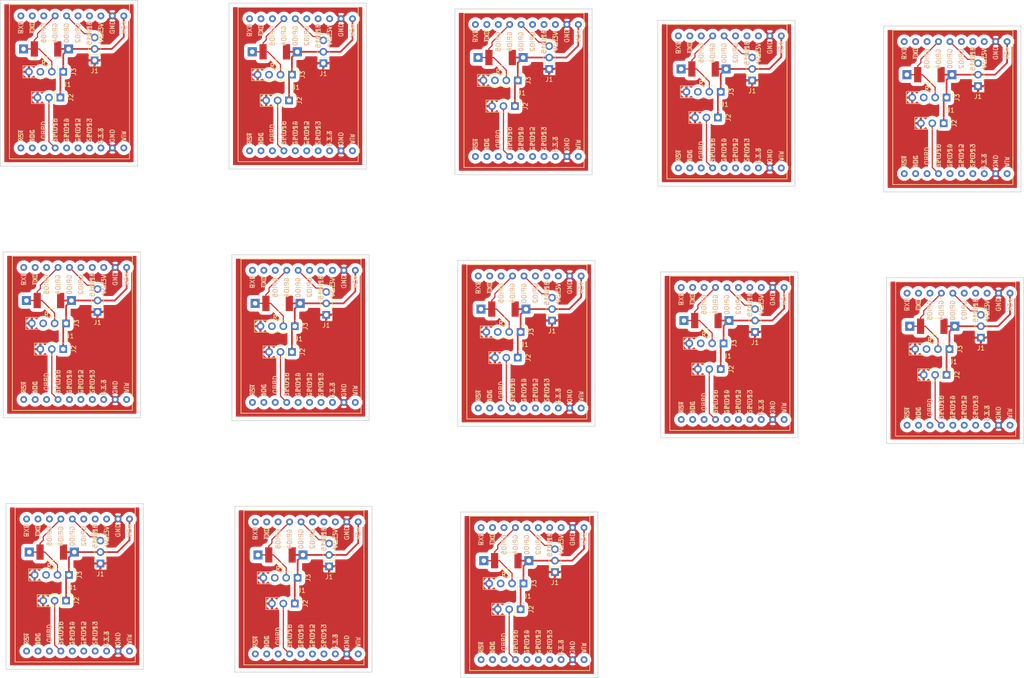
<source format=kicad_pcb>
(kicad_pcb (version 20170123) (host pcbnew "(2017-05-04 revision 4f2ed1b05)-master")
  (layers (0 F.Cu signal) (31 B.Cu signal) (34 B.Paste user) (35 F.Paste user) (36 B.SilkS user) (37 F.SilkS user) (38 B.Mask user) (39 F.Mask user) (44 Edge.Cuts user))
  (net 0 "")
  (net 1 GND)
  (net 2 +5V)
  (net 3 /gpio0)
  (net 4 "Net-(J3-Pad3)")
  (net 5 /gpio4)
  (net 6 "Net-(U1-Pad9)")
  (net 7 "Net-(U1-Pad8)")
  (net 8 "Net-(U1-Pad4)")
  (net 9 "Net-(U1-Pad3)")
  (net 10 "Net-(U1-Pad2)")
  (net 11 "Net-(U1-Pad19)")
  (net 12 "Net-(U1-Pad18)")
  (net 13 "Net-(U1-Pad17)")
  (net 14 "Net-(U1-Pad15)")
  (net 15 "Net-(U1-Pad14)")
  (net 16 "Net-(U1-Pad13)")
  (net 17 "Net-(U1-Pad12)")
  (net 18 "Net-(U1-Pad10)")
  (net 19 /gpio16)
  (net 20 "Net-(U1-Pad7)")
  (module unloqueMCU_ver01_footprint:UnloquerMCU_ver01_footprint (layer F.Cu) (at 35.675001 150.770001)
    (fp_text reference U1 (at 0 -2.54) (layer F.SilkS))
    (fp_text value UnloquerMCU_ver01)
    (fp_text user RXD (at -10.16 -15.24 90) (layer B.SilkS) (effects (justify mirror)))
    (fp_text user TXD (at -7.62 -15.24 90) (layer B.SilkS) (effects (justify mirror)))
    (fp_text user GPIO5 (at -5.08 -13.97 90) (layer B.SilkS) (effects (justify mirror)))
    (fp_text user GPIO4 (at -2.54 -13.97 90) (layer B.SilkS) (effects (justify mirror)))
    (fp_text user GPIO0 (at 0 -13.97 90) (layer B.SilkS) (effects (justify mirror)))
    (fp_text user GPIO2 (at 2.54 -13.97 90) (layer B.SilkS) (effects (justify mirror)))
    (fp_text user GPIO15 (at 5.08 -13.97 90) (layer B.SilkS) (effects (justify mirror)))
    (fp_text user +3.3V (at 7.62 -13.97 90) (layer B.SilkS) (effects (justify mirror)))
    (fp_text user GND (at 10.16 -15.24 90) (layer B.SilkS) (effects (justify mirror)))
    (fp_text user +5V (at 12.7 -15.24 90) (layer B.SilkS) (effects (justify mirror)))
    (fp_text user CHPD (at -5.08 7.62 90) (layer B.SilkS) (effects (justify mirror)))
    (fp_text user GPIO16 (at -2.54 7.62 90) (layer B.SilkS) (effects (justify mirror)))
    (fp_text user GPIO14 (at 0 7.62 90) (layer B.SilkS) (effects (justify mirror)))
    (fp_text user GPIO12 (at 2.54 7.62 90) (layer B.SilkS) (effects (justify mirror)))
    (fp_text user GPIO13 (at 5.08 7.62 90) (layer B.SilkS) (effects (justify mirror)))
    (fp_text user Vin (at 12.7 8.89 90) (layer B.SilkS) (effects (justify mirror)))
    (fp_text user GND (at 10.16 8.89 90) (layer B.SilkS) (effects (justify mirror)))
    (fp_text user ADC (at -7.62 8.89 90) (layer B.SilkS) (effects (justify mirror)))
    (fp_text user RST (at -10.16 8.89 90) (layer B.SilkS) (effects (justify mirror)))
    (fp_text user +3.3 (at 7.62 8.89 90) (layer B.SilkS) (effects (justify mirror)))
    (fp_text user GPIO14 (at 0 7.62 90) (layer F.SilkS))
    (fp_text user GPIO12 (at 2.54 7.62 90) (layer F.SilkS))
    (fp_text user +3.3 (at 7.62 8.89 90) (layer F.SilkS))
    (fp_text user GPIO13 (at 5.08 7.62 90) (layer F.SilkS))
    (fp_text user GPIO16 (at -2.54 7.62 90) (layer F.SilkS))
    (fp_text user CHPD (at -5.08 7.62 90) (layer F.SilkS))
    (fp_text user RST (at -10.16 8.89 90) (layer F.SilkS))
    (fp_text user ADC (at -7.62 8.89 90) (layer F.SilkS))
    (fp_text user GND (at 10.16 8.89 90) (layer F.SilkS))
    (fp_text user Vin (at 12.7 8.89 90) (layer F.SilkS))
    (fp_text user +5V (at 12.7 -15.24 90) (layer F.SilkS))
    (fp_text user GND (at 10.16 -15.24 90) (layer F.SilkS))
    (fp_text user TXD (at -7.62 -15.24 90) (layer F.SilkS))
    (fp_text user RXD (at -10.16 -15.24 90) (layer F.SilkS))
    (fp_text user GPIO5 (at -5.08 -13.97 90) (layer F.SilkS))
    (fp_text user GPIO4 (at -2.54 -13.97 90) (layer F.SilkS))
    (fp_text user GPIO15 (at 5.08 -13.97 90) (layer F.SilkS))
    (fp_text user +3.3V (at 7.62 -13.97 90) (layer F.SilkS))
    (fp_text user GPIO2 (at 2.54 -13.97 90) (layer F.SilkS))
    (fp_text user GPIO0 (at 0 -13.97 90) (layer F.SilkS))
    (pad 9 thru_hole circle (at -10.16 -17.78) (size 1.524 1.524) (drill 0.762) (layers *.Cu *.Mask) (net 6 "Net-(U1-Pad9)"))
    (pad 8 thru_hole circle (at -7.62 -17.78) (size 1.524 1.524) (drill 0.762) (layers *.Cu *.Mask) (net 7 "Net-(U1-Pad8)"))
    (pad 7 thru_hole circle (at -5.08 -17.78) (size 1.524 1.524) (drill 0.762) (layers *.Cu *.Mask) (net 20 "Net-(U1-Pad7)"))
    (pad 6 thru_hole circle (at -2.54 -17.78) (size 1.524 1.524) (drill 0.762) (layers *.Cu *.Mask) (net 5 /gpio4))
    (pad 5 thru_hole circle (at 0 -17.78) (size 1.524 1.524) (drill 0.762) (layers *.Cu *.Mask) (net 3 /gpio0))
    (pad 4 thru_hole circle (at 2.54 -17.78) (size 1.524 1.524) (drill 0.762) (layers *.Cu *.Mask) (net 8 "Net-(U1-Pad4)"))
    (pad 3 thru_hole circle (at 5.08 -17.78) (size 1.524 1.524) (drill 0.762) (layers *.Cu *.Mask) (net 9 "Net-(U1-Pad3)"))
    (pad 2 thru_hole circle (at 7.62 -17.78) (size 1.524 1.524) (drill 0.762) (layers *.Cu *.Mask) (net 10 "Net-(U1-Pad2)"))
    (pad 1 thru_hole circle (at 10.16 -17.78) (size 1.524 1.524) (drill 0.762) (layers *.Cu *.Mask) (net 1 GND))
    (pad 0 thru_hole circle (at 12.7 -17.78) (size 1.524 1.524) (drill 0.762) (layers *.Cu *.Mask) (net 2 +5V))
    (pad 19 thru_hole circle (at -10.16 11.557) (size 1.524 1.524) (drill 0.762) (layers *.Cu *.Mask) (net 11 "Net-(U1-Pad19)"))
    (pad 18 thru_hole circle (at -7.62 11.557) (size 1.524 1.524) (drill 0.762) (layers *.Cu *.Mask) (net 12 "Net-(U1-Pad18)"))
    (pad 17 thru_hole circle (at -5.08 11.557) (size 1.524 1.524) (drill 0.762) (layers *.Cu *.Mask) (net 13 "Net-(U1-Pad17)"))
    (pad 16 thru_hole circle (at -2.54 11.557) (size 1.524 1.524) (drill 0.762) (layers *.Cu *.Mask) (net 19 /gpio16))
    (pad 15 thru_hole circle (at 0 11.557) (size 1.524 1.524) (drill 0.762) (layers *.Cu *.Mask) (net 14 "Net-(U1-Pad15)"))
    (pad 14 thru_hole circle (at 2.54 11.557) (size 1.524 1.524) (drill 0.762) (layers *.Cu *.Mask) (net 15 "Net-(U1-Pad14)"))
    (pad 13 thru_hole circle (at 5.08 11.557) (size 1.524 1.524) (drill 0.762) (layers *.Cu *.Mask) (net 16 "Net-(U1-Pad13)"))
    (pad 12 thru_hole circle (at 7.62 11.557) (size 1.524 1.524) (drill 0.762) (layers *.Cu *.Mask) (net 17 "Net-(U1-Pad12)"))
    (pad 11 thru_hole circle (at 10.16 11.557) (size 1.524 1.524) (drill 0.762) (layers *.Cu *.Mask) (net 1 GND))
    (pad 10 thru_hole circle (at 12.7 11.557) (size 1.524 1.524) (drill 0.762) (layers *.Cu *.Mask) (net 18 "Net-(U1-Pad10)"))
  )
  (module Pin_Headers:Pin_Header_Straight_1x03_Pitch2.54mm (layer F.Cu) (at 41.91 142.875 180)
    (fp_text reference J1 (at 0 -2.33 180) (layer F.SilkS))
    (fp_text value PLANTTOWER)
    (pad 1 thru_hole rect (at 0 0 180) (size 1.7 1.7) (drill 1) (layers *.Cu *.Mask) (net 1 GND))
    (pad 2 thru_hole oval (at 0 2.54 180) (size 1.7 1.7) (drill 1) (layers *.Cu *.Mask) (net 2 +5V))
    (pad 3 thru_hole oval (at 0 5.08 180) (size 1.7 1.7) (drill 1) (layers *.Cu *.Mask) (net 3 /gpio0))
  )
  (module Pin_Headers:Pin_Header_Straight_1x03_Pitch2.54mm (layer F.Cu) (at 34.29 151.13 270)
    (fp_text reference J2 (at 0 -2.33 270) (layer F.SilkS))
    (fp_text value GPS)
    (pad 3 thru_hole oval (at 0 5.08 270) (size 1.7 1.7) (drill 1) (layers *.Cu *.Mask) (net 1 GND))
    (pad 2 thru_hole oval (at 0 2.54 270) (size 1.7 1.7) (drill 1) (layers *.Cu *.Mask) (net 19 /gpio16))
    (pad 1 thru_hole rect (at 0 0 270) (size 1.7 1.7) (drill 1) (layers *.Cu *.Mask) (net 2 +5V))
  )
  (module Pin_Headers:Pin_Header_Straight_1x04_Pitch2.54mm (layer F.Cu) (at 34.925 145.415 270)
    (fp_text reference J3 (at 0 -2.33 270) (layer F.SilkS))
    (fp_text value DHT)
    (pad 4 thru_hole oval (at 0 7.62 270) (size 1.7 1.7) (drill 1) (layers *.Cu *.Mask) (net 1 GND))
    (pad 3 thru_hole oval (at 0 5.08 270) (size 1.7 1.7) (drill 1) (layers *.Cu *.Mask) (net 4 "Net-(J3-Pad3)"))
    (pad 2 thru_hole oval (at 0 2.54 270) (size 1.7 1.7) (drill 1) (layers *.Cu *.Mask) (net 5 /gpio4))
    (pad 1 thru_hole rect (at 0 0 270) (size 1.7 1.7) (drill 1) (layers *.Cu *.Mask) (net 2 +5V))
  )
  (module Resistors_Universal:Resistor_SMD+THTuniversal_2512_RM10_HandSoldering_RevA_Date25Jun2010 (layer F.Cu) (at 31.115 140.335 180)
    (fp_text reference R1 (at 0.09906 -3.0988 180) (layer F.SilkS))
    (fp_text value R)
    (pad 2 thru_hole rect (at 5.00126 0) (size 1.99898 1.99898) (drill 1.00076) (layers *.Cu *.Mask) (net 5 /gpio4))
    (pad 1 thru_hole rect (at -5.00126 0) (size 1.99898 1.99898) (drill 1.00076) (layers *.Cu *.Mask) (net 2 +5V))
    (pad 2 smd rect (at 2.60096 0 180) (size 1.6002 3.40106) (layers F.Cu F.Paste F.Mask) (net 5 /gpio4))
    (pad 1 smd rect (at -2.60096 0 180) (size 1.6002 3.40106) (layers F.Cu F.Paste F.Mask) (net 2 +5V))
  )
  (module Resistors_Universal:Resistor_SMD+THTuniversal_2512_RM10_HandSoldering_RevA_Date25Jun2010 (layer F.Cu) (at 81.915 140.97 180)
    (fp_text reference R1 (at 0.09906 -3.0988 180) (layer F.SilkS))
    (fp_text value R)
    (pad 1 smd rect (at -2.60096 0 180) (size 1.6002 3.40106) (layers F.Cu F.Paste F.Mask) (net 2 +5V))
    (pad 2 smd rect (at 2.60096 0 180) (size 1.6002 3.40106) (layers F.Cu F.Paste F.Mask) (net 5 /gpio4))
    (pad 1 thru_hole rect (at -5.00126 0) (size 1.99898 1.99898) (drill 1.00076) (layers *.Cu *.Mask) (net 2 +5V))
    (pad 2 thru_hole rect (at 5.00126 0) (size 1.99898 1.99898) (drill 1.00076) (layers *.Cu *.Mask) (net 5 /gpio4))
  )
  (module Pin_Headers:Pin_Header_Straight_1x04_Pitch2.54mm (layer F.Cu) (at 85.725 146.05 270)
    (fp_text reference J3 (at 0 -2.33 270) (layer F.SilkS))
    (fp_text value DHT)
    (pad 1 thru_hole rect (at 0 0 270) (size 1.7 1.7) (drill 1) (layers *.Cu *.Mask) (net 2 +5V))
    (pad 2 thru_hole oval (at 0 2.54 270) (size 1.7 1.7) (drill 1) (layers *.Cu *.Mask) (net 5 /gpio4))
    (pad 3 thru_hole oval (at 0 5.08 270) (size 1.7 1.7) (drill 1) (layers *.Cu *.Mask) (net 4 "Net-(J3-Pad3)"))
    (pad 4 thru_hole oval (at 0 7.62 270) (size 1.7 1.7) (drill 1) (layers *.Cu *.Mask) (net 1 GND))
  )
  (module Pin_Headers:Pin_Header_Straight_1x03_Pitch2.54mm (layer F.Cu) (at 85.09 151.765 270)
    (fp_text reference J2 (at 0 -2.33 270) (layer F.SilkS))
    (fp_text value GPS)
    (pad 1 thru_hole rect (at 0 0 270) (size 1.7 1.7) (drill 1) (layers *.Cu *.Mask) (net 2 +5V))
    (pad 2 thru_hole oval (at 0 2.54 270) (size 1.7 1.7) (drill 1) (layers *.Cu *.Mask) (net 19 /gpio16))
    (pad 3 thru_hole oval (at 0 5.08 270) (size 1.7 1.7) (drill 1) (layers *.Cu *.Mask) (net 1 GND))
  )
  (module Pin_Headers:Pin_Header_Straight_1x03_Pitch2.54mm (layer F.Cu) (at 92.71 143.51 180)
    (fp_text reference J1 (at 0 -2.33 180) (layer F.SilkS))
    (fp_text value PLANTTOWER)
    (pad 3 thru_hole oval (at 0 5.08 180) (size 1.7 1.7) (drill 1) (layers *.Cu *.Mask) (net 3 /gpio0))
    (pad 2 thru_hole oval (at 0 2.54 180) (size 1.7 1.7) (drill 1) (layers *.Cu *.Mask) (net 2 +5V))
    (pad 1 thru_hole rect (at 0 0 180) (size 1.7 1.7) (drill 1) (layers *.Cu *.Mask) (net 1 GND))
  )
  (module unloqueMCU_ver01_footprint:UnloquerMCU_ver01_footprint (layer F.Cu) (at 86.475001 151.405001)
    (fp_text reference U1 (at 0 -2.54) (layer F.SilkS))
    (fp_text value UnloquerMCU_ver01)
    (fp_text user GPIO0 (at 0 -13.97 90) (layer F.SilkS))
    (fp_text user GPIO2 (at 2.54 -13.97 90) (layer F.SilkS))
    (fp_text user +3.3V (at 7.62 -13.97 90) (layer F.SilkS))
    (fp_text user GPIO15 (at 5.08 -13.97 90) (layer F.SilkS))
    (fp_text user GPIO4 (at -2.54 -13.97 90) (layer F.SilkS))
    (fp_text user GPIO5 (at -5.08 -13.97 90) (layer F.SilkS))
    (fp_text user RXD (at -10.16 -15.24 90) (layer F.SilkS))
    (fp_text user TXD (at -7.62 -15.24 90) (layer F.SilkS))
    (fp_text user GND (at 10.16 -15.24 90) (layer F.SilkS))
    (fp_text user +5V (at 12.7 -15.24 90) (layer F.SilkS))
    (fp_text user Vin (at 12.7 8.89 90) (layer F.SilkS))
    (fp_text user GND (at 10.16 8.89 90) (layer F.SilkS))
    (fp_text user ADC (at -7.62 8.89 90) (layer F.SilkS))
    (fp_text user RST (at -10.16 8.89 90) (layer F.SilkS))
    (fp_text user CHPD (at -5.08 7.62 90) (layer F.SilkS))
    (fp_text user GPIO16 (at -2.54 7.62 90) (layer F.SilkS))
    (fp_text user GPIO13 (at 5.08 7.62 90) (layer F.SilkS))
    (fp_text user +3.3 (at 7.62 8.89 90) (layer F.SilkS))
    (fp_text user GPIO12 (at 2.54 7.62 90) (layer F.SilkS))
    (fp_text user GPIO14 (at 0 7.62 90) (layer F.SilkS))
    (fp_text user +3.3 (at 7.62 8.89 90) (layer B.SilkS) (effects (justify mirror)))
    (fp_text user RST (at -10.16 8.89 90) (layer B.SilkS) (effects (justify mirror)))
    (fp_text user ADC (at -7.62 8.89 90) (layer B.SilkS) (effects (justify mirror)))
    (fp_text user GND (at 10.16 8.89 90) (layer B.SilkS) (effects (justify mirror)))
    (fp_text user Vin (at 12.7 8.89 90) (layer B.SilkS) (effects (justify mirror)))
    (fp_text user GPIO13 (at 5.08 7.62 90) (layer B.SilkS) (effects (justify mirror)))
    (fp_text user GPIO12 (at 2.54 7.62 90) (layer B.SilkS) (effects (justify mirror)))
    (fp_text user GPIO14 (at 0 7.62 90) (layer B.SilkS) (effects (justify mirror)))
    (fp_text user GPIO16 (at -2.54 7.62 90) (layer B.SilkS) (effects (justify mirror)))
    (fp_text user CHPD (at -5.08 7.62 90) (layer B.SilkS) (effects (justify mirror)))
    (fp_text user +5V (at 12.7 -15.24 90) (layer B.SilkS) (effects (justify mirror)))
    (fp_text user GND (at 10.16 -15.24 90) (layer B.SilkS) (effects (justify mirror)))
    (fp_text user +3.3V (at 7.62 -13.97 90) (layer B.SilkS) (effects (justify mirror)))
    (fp_text user GPIO15 (at 5.08 -13.97 90) (layer B.SilkS) (effects (justify mirror)))
    (fp_text user GPIO2 (at 2.54 -13.97 90) (layer B.SilkS) (effects (justify mirror)))
    (fp_text user GPIO0 (at 0 -13.97 90) (layer B.SilkS) (effects (justify mirror)))
    (fp_text user GPIO4 (at -2.54 -13.97 90) (layer B.SilkS) (effects (justify mirror)))
    (fp_text user GPIO5 (at -5.08 -13.97 90) (layer B.SilkS) (effects (justify mirror)))
    (fp_text user TXD (at -7.62 -15.24 90) (layer B.SilkS) (effects (justify mirror)))
    (fp_text user RXD (at -10.16 -15.24 90) (layer B.SilkS) (effects (justify mirror)))
    (pad 10 thru_hole circle (at 12.7 11.557) (size 1.524 1.524) (drill 0.762) (layers *.Cu *.Mask) (net 18 "Net-(U1-Pad10)"))
    (pad 11 thru_hole circle (at 10.16 11.557) (size 1.524 1.524) (drill 0.762) (layers *.Cu *.Mask) (net 1 GND))
    (pad 12 thru_hole circle (at 7.62 11.557) (size 1.524 1.524) (drill 0.762) (layers *.Cu *.Mask) (net 17 "Net-(U1-Pad12)"))
    (pad 13 thru_hole circle (at 5.08 11.557) (size 1.524 1.524) (drill 0.762) (layers *.Cu *.Mask) (net 16 "Net-(U1-Pad13)"))
    (pad 14 thru_hole circle (at 2.54 11.557) (size 1.524 1.524) (drill 0.762) (layers *.Cu *.Mask) (net 15 "Net-(U1-Pad14)"))
    (pad 15 thru_hole circle (at 0 11.557) (size 1.524 1.524) (drill 0.762) (layers *.Cu *.Mask) (net 14 "Net-(U1-Pad15)"))
    (pad 16 thru_hole circle (at -2.54 11.557) (size 1.524 1.524) (drill 0.762) (layers *.Cu *.Mask) (net 19 /gpio16))
    (pad 17 thru_hole circle (at -5.08 11.557) (size 1.524 1.524) (drill 0.762) (layers *.Cu *.Mask) (net 13 "Net-(U1-Pad17)"))
    (pad 18 thru_hole circle (at -7.62 11.557) (size 1.524 1.524) (drill 0.762) (layers *.Cu *.Mask) (net 12 "Net-(U1-Pad18)"))
    (pad 19 thru_hole circle (at -10.16 11.557) (size 1.524 1.524) (drill 0.762) (layers *.Cu *.Mask) (net 11 "Net-(U1-Pad19)"))
    (pad 0 thru_hole circle (at 12.7 -17.78) (size 1.524 1.524) (drill 0.762) (layers *.Cu *.Mask) (net 2 +5V))
    (pad 1 thru_hole circle (at 10.16 -17.78) (size 1.524 1.524) (drill 0.762) (layers *.Cu *.Mask) (net 1 GND))
    (pad 2 thru_hole circle (at 7.62 -17.78) (size 1.524 1.524) (drill 0.762) (layers *.Cu *.Mask) (net 10 "Net-(U1-Pad2)"))
    (pad 3 thru_hole circle (at 5.08 -17.78) (size 1.524 1.524) (drill 0.762) (layers *.Cu *.Mask) (net 9 "Net-(U1-Pad3)"))
    (pad 4 thru_hole circle (at 2.54 -17.78) (size 1.524 1.524) (drill 0.762) (layers *.Cu *.Mask) (net 8 "Net-(U1-Pad4)"))
    (pad 5 thru_hole circle (at 0 -17.78) (size 1.524 1.524) (drill 0.762) (layers *.Cu *.Mask) (net 3 /gpio0))
    (pad 6 thru_hole circle (at -2.54 -17.78) (size 1.524 1.524) (drill 0.762) (layers *.Cu *.Mask) (net 5 /gpio4))
    (pad 7 thru_hole circle (at -5.08 -17.78) (size 1.524 1.524) (drill 0.762) (layers *.Cu *.Mask) (net 20 "Net-(U1-Pad7)"))
    (pad 8 thru_hole circle (at -7.62 -17.78) (size 1.524 1.524) (drill 0.762) (layers *.Cu *.Mask) (net 7 "Net-(U1-Pad8)"))
    (pad 9 thru_hole circle (at -10.16 -17.78) (size 1.524 1.524) (drill 0.762) (layers *.Cu *.Mask) (net 6 "Net-(U1-Pad9)"))
  )
  (module unloqueMCU_ver01_footprint:UnloquerMCU_ver01_footprint (layer F.Cu) (at 136.640001 152.675001)
    (fp_text reference U1 (at 0 -2.54) (layer F.SilkS))
    (fp_text value UnloquerMCU_ver01)
    (fp_text user RXD (at -10.16 -15.24 90) (layer B.SilkS) (effects (justify mirror)))
    (fp_text user TXD (at -7.62 -15.24 90) (layer B.SilkS) (effects (justify mirror)))
    (fp_text user GPIO5 (at -5.08 -13.97 90) (layer B.SilkS) (effects (justify mirror)))
    (fp_text user GPIO4 (at -2.54 -13.97 90) (layer B.SilkS) (effects (justify mirror)))
    (fp_text user GPIO0 (at 0 -13.97 90) (layer B.SilkS) (effects (justify mirror)))
    (fp_text user GPIO2 (at 2.54 -13.97 90) (layer B.SilkS) (effects (justify mirror)))
    (fp_text user GPIO15 (at 5.08 -13.97 90) (layer B.SilkS) (effects (justify mirror)))
    (fp_text user +3.3V (at 7.62 -13.97 90) (layer B.SilkS) (effects (justify mirror)))
    (fp_text user GND (at 10.16 -15.24 90) (layer B.SilkS) (effects (justify mirror)))
    (fp_text user +5V (at 12.7 -15.24 90) (layer B.SilkS) (effects (justify mirror)))
    (fp_text user CHPD (at -5.08 7.62 90) (layer B.SilkS) (effects (justify mirror)))
    (fp_text user GPIO16 (at -2.54 7.62 90) (layer B.SilkS) (effects (justify mirror)))
    (fp_text user GPIO14 (at 0 7.62 90) (layer B.SilkS) (effects (justify mirror)))
    (fp_text user GPIO12 (at 2.54 7.62 90) (layer B.SilkS) (effects (justify mirror)))
    (fp_text user GPIO13 (at 5.08 7.62 90) (layer B.SilkS) (effects (justify mirror)))
    (fp_text user Vin (at 12.7 8.89 90) (layer B.SilkS) (effects (justify mirror)))
    (fp_text user GND (at 10.16 8.89 90) (layer B.SilkS) (effects (justify mirror)))
    (fp_text user ADC (at -7.62 8.89 90) (layer B.SilkS) (effects (justify mirror)))
    (fp_text user RST (at -10.16 8.89 90) (layer B.SilkS) (effects (justify mirror)))
    (fp_text user +3.3 (at 7.62 8.89 90) (layer B.SilkS) (effects (justify mirror)))
    (fp_text user GPIO14 (at 0 7.62 90) (layer F.SilkS))
    (fp_text user GPIO12 (at 2.54 7.62 90) (layer F.SilkS))
    (fp_text user +3.3 (at 7.62 8.89 90) (layer F.SilkS))
    (fp_text user GPIO13 (at 5.08 7.62 90) (layer F.SilkS))
    (fp_text user GPIO16 (at -2.54 7.62 90) (layer F.SilkS))
    (fp_text user CHPD (at -5.08 7.62 90) (layer F.SilkS))
    (fp_text user RST (at -10.16 8.89 90) (layer F.SilkS))
    (fp_text user ADC (at -7.62 8.89 90) (layer F.SilkS))
    (fp_text user GND (at 10.16 8.89 90) (layer F.SilkS))
    (fp_text user Vin (at 12.7 8.89 90) (layer F.SilkS))
    (fp_text user +5V (at 12.7 -15.24 90) (layer F.SilkS))
    (fp_text user GND (at 10.16 -15.24 90) (layer F.SilkS))
    (fp_text user TXD (at -7.62 -15.24 90) (layer F.SilkS))
    (fp_text user RXD (at -10.16 -15.24 90) (layer F.SilkS))
    (fp_text user GPIO5 (at -5.08 -13.97 90) (layer F.SilkS))
    (fp_text user GPIO4 (at -2.54 -13.97 90) (layer F.SilkS))
    (fp_text user GPIO15 (at 5.08 -13.97 90) (layer F.SilkS))
    (fp_text user +3.3V (at 7.62 -13.97 90) (layer F.SilkS))
    (fp_text user GPIO2 (at 2.54 -13.97 90) (layer F.SilkS))
    (fp_text user GPIO0 (at 0 -13.97 90) (layer F.SilkS))
    (pad 9 thru_hole circle (at -10.16 -17.78) (size 1.524 1.524) (drill 0.762) (layers *.Cu *.Mask) (net 6 "Net-(U1-Pad9)"))
    (pad 8 thru_hole circle (at -7.62 -17.78) (size 1.524 1.524) (drill 0.762) (layers *.Cu *.Mask) (net 7 "Net-(U1-Pad8)"))
    (pad 7 thru_hole circle (at -5.08 -17.78) (size 1.524 1.524) (drill 0.762) (layers *.Cu *.Mask) (net 20 "Net-(U1-Pad7)"))
    (pad 6 thru_hole circle (at -2.54 -17.78) (size 1.524 1.524) (drill 0.762) (layers *.Cu *.Mask) (net 5 /gpio4))
    (pad 5 thru_hole circle (at 0 -17.78) (size 1.524 1.524) (drill 0.762) (layers *.Cu *.Mask) (net 3 /gpio0))
    (pad 4 thru_hole circle (at 2.54 -17.78) (size 1.524 1.524) (drill 0.762) (layers *.Cu *.Mask) (net 8 "Net-(U1-Pad4)"))
    (pad 3 thru_hole circle (at 5.08 -17.78) (size 1.524 1.524) (drill 0.762) (layers *.Cu *.Mask) (net 9 "Net-(U1-Pad3)"))
    (pad 2 thru_hole circle (at 7.62 -17.78) (size 1.524 1.524) (drill 0.762) (layers *.Cu *.Mask) (net 10 "Net-(U1-Pad2)"))
    (pad 1 thru_hole circle (at 10.16 -17.78) (size 1.524 1.524) (drill 0.762) (layers *.Cu *.Mask) (net 1 GND))
    (pad 0 thru_hole circle (at 12.7 -17.78) (size 1.524 1.524) (drill 0.762) (layers *.Cu *.Mask) (net 2 +5V))
    (pad 19 thru_hole circle (at -10.16 11.557) (size 1.524 1.524) (drill 0.762) (layers *.Cu *.Mask) (net 11 "Net-(U1-Pad19)"))
    (pad 18 thru_hole circle (at -7.62 11.557) (size 1.524 1.524) (drill 0.762) (layers *.Cu *.Mask) (net 12 "Net-(U1-Pad18)"))
    (pad 17 thru_hole circle (at -5.08 11.557) (size 1.524 1.524) (drill 0.762) (layers *.Cu *.Mask) (net 13 "Net-(U1-Pad17)"))
    (pad 16 thru_hole circle (at -2.54 11.557) (size 1.524 1.524) (drill 0.762) (layers *.Cu *.Mask) (net 19 /gpio16))
    (pad 15 thru_hole circle (at 0 11.557) (size 1.524 1.524) (drill 0.762) (layers *.Cu *.Mask) (net 14 "Net-(U1-Pad15)"))
    (pad 14 thru_hole circle (at 2.54 11.557) (size 1.524 1.524) (drill 0.762) (layers *.Cu *.Mask) (net 15 "Net-(U1-Pad14)"))
    (pad 13 thru_hole circle (at 5.08 11.557) (size 1.524 1.524) (drill 0.762) (layers *.Cu *.Mask) (net 16 "Net-(U1-Pad13)"))
    (pad 12 thru_hole circle (at 7.62 11.557) (size 1.524 1.524) (drill 0.762) (layers *.Cu *.Mask) (net 17 "Net-(U1-Pad12)"))
    (pad 11 thru_hole circle (at 10.16 11.557) (size 1.524 1.524) (drill 0.762) (layers *.Cu *.Mask) (net 1 GND))
    (pad 10 thru_hole circle (at 12.7 11.557) (size 1.524 1.524) (drill 0.762) (layers *.Cu *.Mask) (net 18 "Net-(U1-Pad10)"))
  )
  (module Pin_Headers:Pin_Header_Straight_1x03_Pitch2.54mm (layer F.Cu) (at 142.875 144.78 180)
    (fp_text reference J1 (at 0 -2.33 180) (layer F.SilkS))
    (fp_text value PLANTTOWER)
    (pad 1 thru_hole rect (at 0 0 180) (size 1.7 1.7) (drill 1) (layers *.Cu *.Mask) (net 1 GND))
    (pad 2 thru_hole oval (at 0 2.54 180) (size 1.7 1.7) (drill 1) (layers *.Cu *.Mask) (net 2 +5V))
    (pad 3 thru_hole oval (at 0 5.08 180) (size 1.7 1.7) (drill 1) (layers *.Cu *.Mask) (net 3 /gpio0))
  )
  (module Pin_Headers:Pin_Header_Straight_1x03_Pitch2.54mm (layer F.Cu) (at 135.255 153.035 270)
    (fp_text reference J2 (at 0 -2.33 270) (layer F.SilkS))
    (fp_text value GPS)
    (pad 3 thru_hole oval (at 0 5.08 270) (size 1.7 1.7) (drill 1) (layers *.Cu *.Mask) (net 1 GND))
    (pad 2 thru_hole oval (at 0 2.54 270) (size 1.7 1.7) (drill 1) (layers *.Cu *.Mask) (net 19 /gpio16))
    (pad 1 thru_hole rect (at 0 0 270) (size 1.7 1.7) (drill 1) (layers *.Cu *.Mask) (net 2 +5V))
  )
  (module Pin_Headers:Pin_Header_Straight_1x04_Pitch2.54mm (layer F.Cu) (at 135.89 147.32 270)
    (fp_text reference J3 (at 0 -2.33 270) (layer F.SilkS))
    (fp_text value DHT)
    (pad 4 thru_hole oval (at 0 7.62 270) (size 1.7 1.7) (drill 1) (layers *.Cu *.Mask) (net 1 GND))
    (pad 3 thru_hole oval (at 0 5.08 270) (size 1.7 1.7) (drill 1) (layers *.Cu *.Mask) (net 4 "Net-(J3-Pad3)"))
    (pad 2 thru_hole oval (at 0 2.54 270) (size 1.7 1.7) (drill 1) (layers *.Cu *.Mask) (net 5 /gpio4))
    (pad 1 thru_hole rect (at 0 0 270) (size 1.7 1.7) (drill 1) (layers *.Cu *.Mask) (net 2 +5V))
  )
  (module Resistors_Universal:Resistor_SMD+THTuniversal_2512_RM10_HandSoldering_RevA_Date25Jun2010 (layer F.Cu) (at 132.08 142.24 180)
    (fp_text reference R1 (at 0.09906 -3.0988 180) (layer F.SilkS))
    (fp_text value R)
    (pad 2 thru_hole rect (at 5.00126 0) (size 1.99898 1.99898) (drill 1.00076) (layers *.Cu *.Mask) (net 5 /gpio4))
    (pad 1 thru_hole rect (at -5.00126 0) (size 1.99898 1.99898) (drill 1.00076) (layers *.Cu *.Mask) (net 2 +5V))
    (pad 2 smd rect (at 2.60096 0 180) (size 1.6002 3.40106) (layers F.Cu F.Paste F.Mask) (net 5 /gpio4))
    (pad 1 smd rect (at -2.60096 0 180) (size 1.6002 3.40106) (layers F.Cu F.Paste F.Mask) (net 2 +5V))
  )
  (module Resistors_Universal:Resistor_SMD+THTuniversal_2512_RM10_HandSoldering_RevA_Date25Jun2010 (layer F.Cu) (at 176.53 88.9 180)
    (fp_text reference R1 (at 0.09906 -3.0988 180) (layer F.SilkS))
    (fp_text value R)
    (pad 1 smd rect (at -2.60096 0 180) (size 1.6002 3.40106) (layers F.Cu F.Paste F.Mask) (net 2 +5V))
    (pad 2 smd rect (at 2.60096 0 180) (size 1.6002 3.40106) (layers F.Cu F.Paste F.Mask) (net 5 /gpio4))
    (pad 1 thru_hole rect (at -5.00126 0) (size 1.99898 1.99898) (drill 1.00076) (layers *.Cu *.Mask) (net 2 +5V))
    (pad 2 thru_hole rect (at 5.00126 0) (size 1.99898 1.99898) (drill 1.00076) (layers *.Cu *.Mask) (net 5 /gpio4))
  )
  (module Pin_Headers:Pin_Header_Straight_1x04_Pitch2.54mm (layer F.Cu) (at 180.34 93.98 270)
    (fp_text reference J3 (at 0 -2.33 270) (layer F.SilkS))
    (fp_text value DHT)
    (pad 1 thru_hole rect (at 0 0 270) (size 1.7 1.7) (drill 1) (layers *.Cu *.Mask) (net 2 +5V))
    (pad 2 thru_hole oval (at 0 2.54 270) (size 1.7 1.7) (drill 1) (layers *.Cu *.Mask) (net 5 /gpio4))
    (pad 3 thru_hole oval (at 0 5.08 270) (size 1.7 1.7) (drill 1) (layers *.Cu *.Mask) (net 4 "Net-(J3-Pad3)"))
    (pad 4 thru_hole oval (at 0 7.62 270) (size 1.7 1.7) (drill 1) (layers *.Cu *.Mask) (net 1 GND))
  )
  (module Pin_Headers:Pin_Header_Straight_1x03_Pitch2.54mm (layer F.Cu) (at 179.705 99.695 270)
    (fp_text reference J2 (at 0 -2.33 270) (layer F.SilkS))
    (fp_text value GPS)
    (pad 1 thru_hole rect (at 0 0 270) (size 1.7 1.7) (drill 1) (layers *.Cu *.Mask) (net 2 +5V))
    (pad 2 thru_hole oval (at 0 2.54 270) (size 1.7 1.7) (drill 1) (layers *.Cu *.Mask) (net 19 /gpio16))
    (pad 3 thru_hole oval (at 0 5.08 270) (size 1.7 1.7) (drill 1) (layers *.Cu *.Mask) (net 1 GND))
  )
  (module Pin_Headers:Pin_Header_Straight_1x03_Pitch2.54mm (layer F.Cu) (at 187.325 91.44 180)
    (fp_text reference J1 (at 0 -2.33 180) (layer F.SilkS))
    (fp_text value PLANTTOWER)
    (pad 3 thru_hole oval (at 0 5.08 180) (size 1.7 1.7) (drill 1) (layers *.Cu *.Mask) (net 3 /gpio0))
    (pad 2 thru_hole oval (at 0 2.54 180) (size 1.7 1.7) (drill 1) (layers *.Cu *.Mask) (net 2 +5V))
    (pad 1 thru_hole rect (at 0 0 180) (size 1.7 1.7) (drill 1) (layers *.Cu *.Mask) (net 1 GND))
  )
  (module unloqueMCU_ver01_footprint:UnloquerMCU_ver01_footprint (layer F.Cu) (at 181.090001 99.335001)
    (fp_text reference U1 (at 0 -2.54) (layer F.SilkS))
    (fp_text value UnloquerMCU_ver01)
    (fp_text user GPIO0 (at 0 -13.97 90) (layer F.SilkS))
    (fp_text user GPIO2 (at 2.54 -13.97 90) (layer F.SilkS))
    (fp_text user +3.3V (at 7.62 -13.97 90) (layer F.SilkS))
    (fp_text user GPIO15 (at 5.08 -13.97 90) (layer F.SilkS))
    (fp_text user GPIO4 (at -2.54 -13.97 90) (layer F.SilkS))
    (fp_text user GPIO5 (at -5.08 -13.97 90) (layer F.SilkS))
    (fp_text user RXD (at -10.16 -15.24 90) (layer F.SilkS))
    (fp_text user TXD (at -7.62 -15.24 90) (layer F.SilkS))
    (fp_text user GND (at 10.16 -15.24 90) (layer F.SilkS))
    (fp_text user +5V (at 12.7 -15.24 90) (layer F.SilkS))
    (fp_text user Vin (at 12.7 8.89 90) (layer F.SilkS))
    (fp_text user GND (at 10.16 8.89 90) (layer F.SilkS))
    (fp_text user ADC (at -7.62 8.89 90) (layer F.SilkS))
    (fp_text user RST (at -10.16 8.89 90) (layer F.SilkS))
    (fp_text user CHPD (at -5.08 7.62 90) (layer F.SilkS))
    (fp_text user GPIO16 (at -2.54 7.62 90) (layer F.SilkS))
    (fp_text user GPIO13 (at 5.08 7.62 90) (layer F.SilkS))
    (fp_text user +3.3 (at 7.62 8.89 90) (layer F.SilkS))
    (fp_text user GPIO12 (at 2.54 7.62 90) (layer F.SilkS))
    (fp_text user GPIO14 (at 0 7.62 90) (layer F.SilkS))
    (fp_text user +3.3 (at 7.62 8.89 90) (layer B.SilkS) (effects (justify mirror)))
    (fp_text user RST (at -10.16 8.89 90) (layer B.SilkS) (effects (justify mirror)))
    (fp_text user ADC (at -7.62 8.89 90) (layer B.SilkS) (effects (justify mirror)))
    (fp_text user GND (at 10.16 8.89 90) (layer B.SilkS) (effects (justify mirror)))
    (fp_text user Vin (at 12.7 8.89 90) (layer B.SilkS) (effects (justify mirror)))
    (fp_text user GPIO13 (at 5.08 7.62 90) (layer B.SilkS) (effects (justify mirror)))
    (fp_text user GPIO12 (at 2.54 7.62 90) (layer B.SilkS) (effects (justify mirror)))
    (fp_text user GPIO14 (at 0 7.62 90) (layer B.SilkS) (effects (justify mirror)))
    (fp_text user GPIO16 (at -2.54 7.62 90) (layer B.SilkS) (effects (justify mirror)))
    (fp_text user CHPD (at -5.08 7.62 90) (layer B.SilkS) (effects (justify mirror)))
    (fp_text user +5V (at 12.7 -15.24 90) (layer B.SilkS) (effects (justify mirror)))
    (fp_text user GND (at 10.16 -15.24 90) (layer B.SilkS) (effects (justify mirror)))
    (fp_text user +3.3V (at 7.62 -13.97 90) (layer B.SilkS) (effects (justify mirror)))
    (fp_text user GPIO15 (at 5.08 -13.97 90) (layer B.SilkS) (effects (justify mirror)))
    (fp_text user GPIO2 (at 2.54 -13.97 90) (layer B.SilkS) (effects (justify mirror)))
    (fp_text user GPIO0 (at 0 -13.97 90) (layer B.SilkS) (effects (justify mirror)))
    (fp_text user GPIO4 (at -2.54 -13.97 90) (layer B.SilkS) (effects (justify mirror)))
    (fp_text user GPIO5 (at -5.08 -13.97 90) (layer B.SilkS) (effects (justify mirror)))
    (fp_text user TXD (at -7.62 -15.24 90) (layer B.SilkS) (effects (justify mirror)))
    (fp_text user RXD (at -10.16 -15.24 90) (layer B.SilkS) (effects (justify mirror)))
    (pad 10 thru_hole circle (at 12.7 11.557) (size 1.524 1.524) (drill 0.762) (layers *.Cu *.Mask) (net 18 "Net-(U1-Pad10)"))
    (pad 11 thru_hole circle (at 10.16 11.557) (size 1.524 1.524) (drill 0.762) (layers *.Cu *.Mask) (net 1 GND))
    (pad 12 thru_hole circle (at 7.62 11.557) (size 1.524 1.524) (drill 0.762) (layers *.Cu *.Mask) (net 17 "Net-(U1-Pad12)"))
    (pad 13 thru_hole circle (at 5.08 11.557) (size 1.524 1.524) (drill 0.762) (layers *.Cu *.Mask) (net 16 "Net-(U1-Pad13)"))
    (pad 14 thru_hole circle (at 2.54 11.557) (size 1.524 1.524) (drill 0.762) (layers *.Cu *.Mask) (net 15 "Net-(U1-Pad14)"))
    (pad 15 thru_hole circle (at 0 11.557) (size 1.524 1.524) (drill 0.762) (layers *.Cu *.Mask) (net 14 "Net-(U1-Pad15)"))
    (pad 16 thru_hole circle (at -2.54 11.557) (size 1.524 1.524) (drill 0.762) (layers *.Cu *.Mask) (net 19 /gpio16))
    (pad 17 thru_hole circle (at -5.08 11.557) (size 1.524 1.524) (drill 0.762) (layers *.Cu *.Mask) (net 13 "Net-(U1-Pad17)"))
    (pad 18 thru_hole circle (at -7.62 11.557) (size 1.524 1.524) (drill 0.762) (layers *.Cu *.Mask) (net 12 "Net-(U1-Pad18)"))
    (pad 19 thru_hole circle (at -10.16 11.557) (size 1.524 1.524) (drill 0.762) (layers *.Cu *.Mask) (net 11 "Net-(U1-Pad19)"))
    (pad 0 thru_hole circle (at 12.7 -17.78) (size 1.524 1.524) (drill 0.762) (layers *.Cu *.Mask) (net 2 +5V))
    (pad 1 thru_hole circle (at 10.16 -17.78) (size 1.524 1.524) (drill 0.762) (layers *.Cu *.Mask) (net 1 GND))
    (pad 2 thru_hole circle (at 7.62 -17.78) (size 1.524 1.524) (drill 0.762) (layers *.Cu *.Mask) (net 10 "Net-(U1-Pad2)"))
    (pad 3 thru_hole circle (at 5.08 -17.78) (size 1.524 1.524) (drill 0.762) (layers *.Cu *.Mask) (net 9 "Net-(U1-Pad3)"))
    (pad 4 thru_hole circle (at 2.54 -17.78) (size 1.524 1.524) (drill 0.762) (layers *.Cu *.Mask) (net 8 "Net-(U1-Pad4)"))
    (pad 5 thru_hole circle (at 0 -17.78) (size 1.524 1.524) (drill 0.762) (layers *.Cu *.Mask) (net 3 /gpio0))
    (pad 6 thru_hole circle (at -2.54 -17.78) (size 1.524 1.524) (drill 0.762) (layers *.Cu *.Mask) (net 5 /gpio4))
    (pad 7 thru_hole circle (at -5.08 -17.78) (size 1.524 1.524) (drill 0.762) (layers *.Cu *.Mask) (net 20 "Net-(U1-Pad7)"))
    (pad 8 thru_hole circle (at -7.62 -17.78) (size 1.524 1.524) (drill 0.762) (layers *.Cu *.Mask) (net 7 "Net-(U1-Pad8)"))
    (pad 9 thru_hole circle (at -10.16 -17.78) (size 1.524 1.524) (drill 0.762) (layers *.Cu *.Mask) (net 6 "Net-(U1-Pad9)"))
  )
  (module unloqueMCU_ver01_footprint:UnloquerMCU_ver01_footprint (layer F.Cu) (at 180.455001 43.455001)
    (fp_text reference U1 (at 0 -2.54) (layer F.SilkS))
    (fp_text value UnloquerMCU_ver01)
    (fp_text user RXD (at -10.16 -15.24 90) (layer B.SilkS) (effects (justify mirror)))
    (fp_text user TXD (at -7.62 -15.24 90) (layer B.SilkS) (effects (justify mirror)))
    (fp_text user GPIO5 (at -5.08 -13.97 90) (layer B.SilkS) (effects (justify mirror)))
    (fp_text user GPIO4 (at -2.54 -13.97 90) (layer B.SilkS) (effects (justify mirror)))
    (fp_text user GPIO0 (at 0 -13.97 90) (layer B.SilkS) (effects (justify mirror)))
    (fp_text user GPIO2 (at 2.54 -13.97 90) (layer B.SilkS) (effects (justify mirror)))
    (fp_text user GPIO15 (at 5.08 -13.97 90) (layer B.SilkS) (effects (justify mirror)))
    (fp_text user +3.3V (at 7.62 -13.97 90) (layer B.SilkS) (effects (justify mirror)))
    (fp_text user GND (at 10.16 -15.24 90) (layer B.SilkS) (effects (justify mirror)))
    (fp_text user +5V (at 12.7 -15.24 90) (layer B.SilkS) (effects (justify mirror)))
    (fp_text user CHPD (at -5.08 7.62 90) (layer B.SilkS) (effects (justify mirror)))
    (fp_text user GPIO16 (at -2.54 7.62 90) (layer B.SilkS) (effects (justify mirror)))
    (fp_text user GPIO14 (at 0 7.62 90) (layer B.SilkS) (effects (justify mirror)))
    (fp_text user GPIO12 (at 2.54 7.62 90) (layer B.SilkS) (effects (justify mirror)))
    (fp_text user GPIO13 (at 5.08 7.62 90) (layer B.SilkS) (effects (justify mirror)))
    (fp_text user Vin (at 12.7 8.89 90) (layer B.SilkS) (effects (justify mirror)))
    (fp_text user GND (at 10.16 8.89 90) (layer B.SilkS) (effects (justify mirror)))
    (fp_text user ADC (at -7.62 8.89 90) (layer B.SilkS) (effects (justify mirror)))
    (fp_text user RST (at -10.16 8.89 90) (layer B.SilkS) (effects (justify mirror)))
    (fp_text user +3.3 (at 7.62 8.89 90) (layer B.SilkS) (effects (justify mirror)))
    (fp_text user GPIO14 (at 0 7.62 90) (layer F.SilkS))
    (fp_text user GPIO12 (at 2.54 7.62 90) (layer F.SilkS))
    (fp_text user +3.3 (at 7.62 8.89 90) (layer F.SilkS))
    (fp_text user GPIO13 (at 5.08 7.62 90) (layer F.SilkS))
    (fp_text user GPIO16 (at -2.54 7.62 90) (layer F.SilkS))
    (fp_text user CHPD (at -5.08 7.62 90) (layer F.SilkS))
    (fp_text user RST (at -10.16 8.89 90) (layer F.SilkS))
    (fp_text user ADC (at -7.62 8.89 90) (layer F.SilkS))
    (fp_text user GND (at 10.16 8.89 90) (layer F.SilkS))
    (fp_text user Vin (at 12.7 8.89 90) (layer F.SilkS))
    (fp_text user +5V (at 12.7 -15.24 90) (layer F.SilkS))
    (fp_text user GND (at 10.16 -15.24 90) (layer F.SilkS))
    (fp_text user TXD (at -7.62 -15.24 90) (layer F.SilkS))
    (fp_text user RXD (at -10.16 -15.24 90) (layer F.SilkS))
    (fp_text user GPIO5 (at -5.08 -13.97 90) (layer F.SilkS))
    (fp_text user GPIO4 (at -2.54 -13.97 90) (layer F.SilkS))
    (fp_text user GPIO15 (at 5.08 -13.97 90) (layer F.SilkS))
    (fp_text user +3.3V (at 7.62 -13.97 90) (layer F.SilkS))
    (fp_text user GPIO2 (at 2.54 -13.97 90) (layer F.SilkS))
    (fp_text user GPIO0 (at 0 -13.97 90) (layer F.SilkS))
    (pad 9 thru_hole circle (at -10.16 -17.78) (size 1.524 1.524) (drill 0.762) (layers *.Cu *.Mask) (net 6 "Net-(U1-Pad9)"))
    (pad 8 thru_hole circle (at -7.62 -17.78) (size 1.524 1.524) (drill 0.762) (layers *.Cu *.Mask) (net 7 "Net-(U1-Pad8)"))
    (pad 7 thru_hole circle (at -5.08 -17.78) (size 1.524 1.524) (drill 0.762) (layers *.Cu *.Mask) (net 20 "Net-(U1-Pad7)"))
    (pad 6 thru_hole circle (at -2.54 -17.78) (size 1.524 1.524) (drill 0.762) (layers *.Cu *.Mask) (net 5 /gpio4))
    (pad 5 thru_hole circle (at 0 -17.78) (size 1.524 1.524) (drill 0.762) (layers *.Cu *.Mask) (net 3 /gpio0))
    (pad 4 thru_hole circle (at 2.54 -17.78) (size 1.524 1.524) (drill 0.762) (layers *.Cu *.Mask) (net 8 "Net-(U1-Pad4)"))
    (pad 3 thru_hole circle (at 5.08 -17.78) (size 1.524 1.524) (drill 0.762) (layers *.Cu *.Mask) (net 9 "Net-(U1-Pad3)"))
    (pad 2 thru_hole circle (at 7.62 -17.78) (size 1.524 1.524) (drill 0.762) (layers *.Cu *.Mask) (net 10 "Net-(U1-Pad2)"))
    (pad 1 thru_hole circle (at 10.16 -17.78) (size 1.524 1.524) (drill 0.762) (layers *.Cu *.Mask) (net 1 GND))
    (pad 0 thru_hole circle (at 12.7 -17.78) (size 1.524 1.524) (drill 0.762) (layers *.Cu *.Mask) (net 2 +5V))
    (pad 19 thru_hole circle (at -10.16 11.557) (size 1.524 1.524) (drill 0.762) (layers *.Cu *.Mask) (net 11 "Net-(U1-Pad19)"))
    (pad 18 thru_hole circle (at -7.62 11.557) (size 1.524 1.524) (drill 0.762) (layers *.Cu *.Mask) (net 12 "Net-(U1-Pad18)"))
    (pad 17 thru_hole circle (at -5.08 11.557) (size 1.524 1.524) (drill 0.762) (layers *.Cu *.Mask) (net 13 "Net-(U1-Pad17)"))
    (pad 16 thru_hole circle (at -2.54 11.557) (size 1.524 1.524) (drill 0.762) (layers *.Cu *.Mask) (net 19 /gpio16))
    (pad 15 thru_hole circle (at 0 11.557) (size 1.524 1.524) (drill 0.762) (layers *.Cu *.Mask) (net 14 "Net-(U1-Pad15)"))
    (pad 14 thru_hole circle (at 2.54 11.557) (size 1.524 1.524) (drill 0.762) (layers *.Cu *.Mask) (net 15 "Net-(U1-Pad14)"))
    (pad 13 thru_hole circle (at 5.08 11.557) (size 1.524 1.524) (drill 0.762) (layers *.Cu *.Mask) (net 16 "Net-(U1-Pad13)"))
    (pad 12 thru_hole circle (at 7.62 11.557) (size 1.524 1.524) (drill 0.762) (layers *.Cu *.Mask) (net 17 "Net-(U1-Pad12)"))
    (pad 11 thru_hole circle (at 10.16 11.557) (size 1.524 1.524) (drill 0.762) (layers *.Cu *.Mask) (net 1 GND))
    (pad 10 thru_hole circle (at 12.7 11.557) (size 1.524 1.524) (drill 0.762) (layers *.Cu *.Mask) (net 18 "Net-(U1-Pad10)"))
  )
  (module Pin_Headers:Pin_Header_Straight_1x03_Pitch2.54mm (layer F.Cu) (at 186.69 35.56 180)
    (fp_text reference J1 (at 0 -2.33 180) (layer F.SilkS))
    (fp_text value PLANTTOWER)
    (pad 1 thru_hole rect (at 0 0 180) (size 1.7 1.7) (drill 1) (layers *.Cu *.Mask) (net 1 GND))
    (pad 2 thru_hole oval (at 0 2.54 180) (size 1.7 1.7) (drill 1) (layers *.Cu *.Mask) (net 2 +5V))
    (pad 3 thru_hole oval (at 0 5.08 180) (size 1.7 1.7) (drill 1) (layers *.Cu *.Mask) (net 3 /gpio0))
  )
  (module Pin_Headers:Pin_Header_Straight_1x03_Pitch2.54mm (layer F.Cu) (at 179.07 43.815 270)
    (fp_text reference J2 (at 0 -2.33 270) (layer F.SilkS))
    (fp_text value GPS)
    (pad 3 thru_hole oval (at 0 5.08 270) (size 1.7 1.7) (drill 1) (layers *.Cu *.Mask) (net 1 GND))
    (pad 2 thru_hole oval (at 0 2.54 270) (size 1.7 1.7) (drill 1) (layers *.Cu *.Mask) (net 19 /gpio16))
    (pad 1 thru_hole rect (at 0 0 270) (size 1.7 1.7) (drill 1) (layers *.Cu *.Mask) (net 2 +5V))
  )
  (module Pin_Headers:Pin_Header_Straight_1x04_Pitch2.54mm (layer F.Cu) (at 179.705 38.1 270)
    (fp_text reference J3 (at 0 -2.33 270) (layer F.SilkS))
    (fp_text value DHT)
    (pad 4 thru_hole oval (at 0 7.62 270) (size 1.7 1.7) (drill 1) (layers *.Cu *.Mask) (net 1 GND))
    (pad 3 thru_hole oval (at 0 5.08 270) (size 1.7 1.7) (drill 1) (layers *.Cu *.Mask) (net 4 "Net-(J3-Pad3)"))
    (pad 2 thru_hole oval (at 0 2.54 270) (size 1.7 1.7) (drill 1) (layers *.Cu *.Mask) (net 5 /gpio4))
    (pad 1 thru_hole rect (at 0 0 270) (size 1.7 1.7) (drill 1) (layers *.Cu *.Mask) (net 2 +5V))
  )
  (module Resistors_Universal:Resistor_SMD+THTuniversal_2512_RM10_HandSoldering_RevA_Date25Jun2010 (layer F.Cu) (at 175.895 33.02 180)
    (fp_text reference R1 (at 0.09906 -3.0988 180) (layer F.SilkS))
    (fp_text value R)
    (pad 2 thru_hole rect (at 5.00126 0) (size 1.99898 1.99898) (drill 1.00076) (layers *.Cu *.Mask) (net 5 /gpio4))
    (pad 1 thru_hole rect (at -5.00126 0) (size 1.99898 1.99898) (drill 1.00076) (layers *.Cu *.Mask) (net 2 +5V))
    (pad 2 smd rect (at 2.60096 0 180) (size 1.6002 3.40106) (layers F.Cu F.Paste F.Mask) (net 5 /gpio4))
    (pad 1 smd rect (at -2.60096 0 180) (size 1.6002 3.40106) (layers F.Cu F.Paste F.Mask) (net 2 +5V))
  )
  (module Resistors_Universal:Resistor_SMD+THTuniversal_2512_RM10_HandSoldering_RevA_Date25Jun2010 (layer F.Cu) (at 226.06 34.29 180)
    (fp_text reference R1 (at 0.09906 -3.0988 180) (layer F.SilkS))
    (fp_text value R)
    (pad 1 smd rect (at -2.60096 0 180) (size 1.6002 3.40106) (layers F.Cu F.Paste F.Mask) (net 2 +5V))
    (pad 2 smd rect (at 2.60096 0 180) (size 1.6002 3.40106) (layers F.Cu F.Paste F.Mask) (net 5 /gpio4))
    (pad 1 thru_hole rect (at -5.00126 0) (size 1.99898 1.99898) (drill 1.00076) (layers *.Cu *.Mask) (net 2 +5V))
    (pad 2 thru_hole rect (at 5.00126 0) (size 1.99898 1.99898) (drill 1.00076) (layers *.Cu *.Mask) (net 5 /gpio4))
  )
  (module Pin_Headers:Pin_Header_Straight_1x04_Pitch2.54mm (layer F.Cu) (at 229.87 39.37 270)
    (fp_text reference J3 (at 0 -2.33 270) (layer F.SilkS))
    (fp_text value DHT)
    (pad 1 thru_hole rect (at 0 0 270) (size 1.7 1.7) (drill 1) (layers *.Cu *.Mask) (net 2 +5V))
    (pad 2 thru_hole oval (at 0 2.54 270) (size 1.7 1.7) (drill 1) (layers *.Cu *.Mask) (net 5 /gpio4))
    (pad 3 thru_hole oval (at 0 5.08 270) (size 1.7 1.7) (drill 1) (layers *.Cu *.Mask) (net 4 "Net-(J3-Pad3)"))
    (pad 4 thru_hole oval (at 0 7.62 270) (size 1.7 1.7) (drill 1) (layers *.Cu *.Mask) (net 1 GND))
  )
  (module Pin_Headers:Pin_Header_Straight_1x03_Pitch2.54mm (layer F.Cu) (at 229.235 45.085 270)
    (fp_text reference J2 (at 0 -2.33 270) (layer F.SilkS))
    (fp_text value GPS)
    (pad 1 thru_hole rect (at 0 0 270) (size 1.7 1.7) (drill 1) (layers *.Cu *.Mask) (net 2 +5V))
    (pad 2 thru_hole oval (at 0 2.54 270) (size 1.7 1.7) (drill 1) (layers *.Cu *.Mask) (net 19 /gpio16))
    (pad 3 thru_hole oval (at 0 5.08 270) (size 1.7 1.7) (drill 1) (layers *.Cu *.Mask) (net 1 GND))
  )
  (module Pin_Headers:Pin_Header_Straight_1x03_Pitch2.54mm (layer F.Cu) (at 236.855 36.83 180)
    (fp_text reference J1 (at 0 -2.33 180) (layer F.SilkS))
    (fp_text value PLANTTOWER)
    (pad 3 thru_hole oval (at 0 5.08 180) (size 1.7 1.7) (drill 1) (layers *.Cu *.Mask) (net 3 /gpio0))
    (pad 2 thru_hole oval (at 0 2.54 180) (size 1.7 1.7) (drill 1) (layers *.Cu *.Mask) (net 2 +5V))
    (pad 1 thru_hole rect (at 0 0 180) (size 1.7 1.7) (drill 1) (layers *.Cu *.Mask) (net 1 GND))
  )
  (module unloqueMCU_ver01_footprint:UnloquerMCU_ver01_footprint (layer F.Cu) (at 230.620001 44.725001)
    (fp_text reference U1 (at 0 -2.54) (layer F.SilkS))
    (fp_text value UnloquerMCU_ver01)
    (fp_text user GPIO0 (at 0 -13.97 90) (layer F.SilkS))
    (fp_text user GPIO2 (at 2.54 -13.97 90) (layer F.SilkS))
    (fp_text user +3.3V (at 7.62 -13.97 90) (layer F.SilkS))
    (fp_text user GPIO15 (at 5.08 -13.97 90) (layer F.SilkS))
    (fp_text user GPIO4 (at -2.54 -13.97 90) (layer F.SilkS))
    (fp_text user GPIO5 (at -5.08 -13.97 90) (layer F.SilkS))
    (fp_text user RXD (at -10.16 -15.24 90) (layer F.SilkS))
    (fp_text user TXD (at -7.62 -15.24 90) (layer F.SilkS))
    (fp_text user GND (at 10.16 -15.24 90) (layer F.SilkS))
    (fp_text user +5V (at 12.7 -15.24 90) (layer F.SilkS))
    (fp_text user Vin (at 12.7 8.89 90) (layer F.SilkS))
    (fp_text user GND (at 10.16 8.89 90) (layer F.SilkS))
    (fp_text user ADC (at -7.62 8.89 90) (layer F.SilkS))
    (fp_text user RST (at -10.16 8.89 90) (layer F.SilkS))
    (fp_text user CHPD (at -5.08 7.62 90) (layer F.SilkS))
    (fp_text user GPIO16 (at -2.54 7.62 90) (layer F.SilkS))
    (fp_text user GPIO13 (at 5.08 7.62 90) (layer F.SilkS))
    (fp_text user +3.3 (at 7.62 8.89 90) (layer F.SilkS))
    (fp_text user GPIO12 (at 2.54 7.62 90) (layer F.SilkS))
    (fp_text user GPIO14 (at 0 7.62 90) (layer F.SilkS))
    (fp_text user +3.3 (at 7.62 8.89 90) (layer B.SilkS) (effects (justify mirror)))
    (fp_text user RST (at -10.16 8.89 90) (layer B.SilkS) (effects (justify mirror)))
    (fp_text user ADC (at -7.62 8.89 90) (layer B.SilkS) (effects (justify mirror)))
    (fp_text user GND (at 10.16 8.89 90) (layer B.SilkS) (effects (justify mirror)))
    (fp_text user Vin (at 12.7 8.89 90) (layer B.SilkS) (effects (justify mirror)))
    (fp_text user GPIO13 (at 5.08 7.62 90) (layer B.SilkS) (effects (justify mirror)))
    (fp_text user GPIO12 (at 2.54 7.62 90) (layer B.SilkS) (effects (justify mirror)))
    (fp_text user GPIO14 (at 0 7.62 90) (layer B.SilkS) (effects (justify mirror)))
    (fp_text user GPIO16 (at -2.54 7.62 90) (layer B.SilkS) (effects (justify mirror)))
    (fp_text user CHPD (at -5.08 7.62 90) (layer B.SilkS) (effects (justify mirror)))
    (fp_text user +5V (at 12.7 -15.24 90) (layer B.SilkS) (effects (justify mirror)))
    (fp_text user GND (at 10.16 -15.24 90) (layer B.SilkS) (effects (justify mirror)))
    (fp_text user +3.3V (at 7.62 -13.97 90) (layer B.SilkS) (effects (justify mirror)))
    (fp_text user GPIO15 (at 5.08 -13.97 90) (layer B.SilkS) (effects (justify mirror)))
    (fp_text user GPIO2 (at 2.54 -13.97 90) (layer B.SilkS) (effects (justify mirror)))
    (fp_text user GPIO0 (at 0 -13.97 90) (layer B.SilkS) (effects (justify mirror)))
    (fp_text user GPIO4 (at -2.54 -13.97 90) (layer B.SilkS) (effects (justify mirror)))
    (fp_text user GPIO5 (at -5.08 -13.97 90) (layer B.SilkS) (effects (justify mirror)))
    (fp_text user TXD (at -7.62 -15.24 90) (layer B.SilkS) (effects (justify mirror)))
    (fp_text user RXD (at -10.16 -15.24 90) (layer B.SilkS) (effects (justify mirror)))
    (pad 10 thru_hole circle (at 12.7 11.557) (size 1.524 1.524) (drill 0.762) (layers *.Cu *.Mask) (net 18 "Net-(U1-Pad10)"))
    (pad 11 thru_hole circle (at 10.16 11.557) (size 1.524 1.524) (drill 0.762) (layers *.Cu *.Mask) (net 1 GND))
    (pad 12 thru_hole circle (at 7.62 11.557) (size 1.524 1.524) (drill 0.762) (layers *.Cu *.Mask) (net 17 "Net-(U1-Pad12)"))
    (pad 13 thru_hole circle (at 5.08 11.557) (size 1.524 1.524) (drill 0.762) (layers *.Cu *.Mask) (net 16 "Net-(U1-Pad13)"))
    (pad 14 thru_hole circle (at 2.54 11.557) (size 1.524 1.524) (drill 0.762) (layers *.Cu *.Mask) (net 15 "Net-(U1-Pad14)"))
    (pad 15 thru_hole circle (at 0 11.557) (size 1.524 1.524) (drill 0.762) (layers *.Cu *.Mask) (net 14 "Net-(U1-Pad15)"))
    (pad 16 thru_hole circle (at -2.54 11.557) (size 1.524 1.524) (drill 0.762) (layers *.Cu *.Mask) (net 19 /gpio16))
    (pad 17 thru_hole circle (at -5.08 11.557) (size 1.524 1.524) (drill 0.762) (layers *.Cu *.Mask) (net 13 "Net-(U1-Pad17)"))
    (pad 18 thru_hole circle (at -7.62 11.557) (size 1.524 1.524) (drill 0.762) (layers *.Cu *.Mask) (net 12 "Net-(U1-Pad18)"))
    (pad 19 thru_hole circle (at -10.16 11.557) (size 1.524 1.524) (drill 0.762) (layers *.Cu *.Mask) (net 11 "Net-(U1-Pad19)"))
    (pad 0 thru_hole circle (at 12.7 -17.78) (size 1.524 1.524) (drill 0.762) (layers *.Cu *.Mask) (net 2 +5V))
    (pad 1 thru_hole circle (at 10.16 -17.78) (size 1.524 1.524) (drill 0.762) (layers *.Cu *.Mask) (net 1 GND))
    (pad 2 thru_hole circle (at 7.62 -17.78) (size 1.524 1.524) (drill 0.762) (layers *.Cu *.Mask) (net 10 "Net-(U1-Pad2)"))
    (pad 3 thru_hole circle (at 5.08 -17.78) (size 1.524 1.524) (drill 0.762) (layers *.Cu *.Mask) (net 9 "Net-(U1-Pad3)"))
    (pad 4 thru_hole circle (at 2.54 -17.78) (size 1.524 1.524) (drill 0.762) (layers *.Cu *.Mask) (net 8 "Net-(U1-Pad4)"))
    (pad 5 thru_hole circle (at 0 -17.78) (size 1.524 1.524) (drill 0.762) (layers *.Cu *.Mask) (net 3 /gpio0))
    (pad 6 thru_hole circle (at -2.54 -17.78) (size 1.524 1.524) (drill 0.762) (layers *.Cu *.Mask) (net 5 /gpio4))
    (pad 7 thru_hole circle (at -5.08 -17.78) (size 1.524 1.524) (drill 0.762) (layers *.Cu *.Mask) (net 20 "Net-(U1-Pad7)"))
    (pad 8 thru_hole circle (at -7.62 -17.78) (size 1.524 1.524) (drill 0.762) (layers *.Cu *.Mask) (net 7 "Net-(U1-Pad8)"))
    (pad 9 thru_hole circle (at -10.16 -17.78) (size 1.524 1.524) (drill 0.762) (layers *.Cu *.Mask) (net 6 "Net-(U1-Pad9)"))
  )
  (module unloqueMCU_ver01_footprint:UnloquerMCU_ver01_footprint (layer F.Cu) (at 231.255001 100.605001)
    (fp_text reference U1 (at 0 -2.54) (layer F.SilkS))
    (fp_text value UnloquerMCU_ver01)
    (fp_text user RXD (at -10.16 -15.24 90) (layer B.SilkS) (effects (justify mirror)))
    (fp_text user TXD (at -7.62 -15.24 90) (layer B.SilkS) (effects (justify mirror)))
    (fp_text user GPIO5 (at -5.08 -13.97 90) (layer B.SilkS) (effects (justify mirror)))
    (fp_text user GPIO4 (at -2.54 -13.97 90) (layer B.SilkS) (effects (justify mirror)))
    (fp_text user GPIO0 (at 0 -13.97 90) (layer B.SilkS) (effects (justify mirror)))
    (fp_text user GPIO2 (at 2.54 -13.97 90) (layer B.SilkS) (effects (justify mirror)))
    (fp_text user GPIO15 (at 5.08 -13.97 90) (layer B.SilkS) (effects (justify mirror)))
    (fp_text user +3.3V (at 7.62 -13.97 90) (layer B.SilkS) (effects (justify mirror)))
    (fp_text user GND (at 10.16 -15.24 90) (layer B.SilkS) (effects (justify mirror)))
    (fp_text user +5V (at 12.7 -15.24 90) (layer B.SilkS) (effects (justify mirror)))
    (fp_text user CHPD (at -5.08 7.62 90) (layer B.SilkS) (effects (justify mirror)))
    (fp_text user GPIO16 (at -2.54 7.62 90) (layer B.SilkS) (effects (justify mirror)))
    (fp_text user GPIO14 (at 0 7.62 90) (layer B.SilkS) (effects (justify mirror)))
    (fp_text user GPIO12 (at 2.54 7.62 90) (layer B.SilkS) (effects (justify mirror)))
    (fp_text user GPIO13 (at 5.08 7.62 90) (layer B.SilkS) (effects (justify mirror)))
    (fp_text user Vin (at 12.7 8.89 90) (layer B.SilkS) (effects (justify mirror)))
    (fp_text user GND (at 10.16 8.89 90) (layer B.SilkS) (effects (justify mirror)))
    (fp_text user ADC (at -7.62 8.89 90) (layer B.SilkS) (effects (justify mirror)))
    (fp_text user RST (at -10.16 8.89 90) (layer B.SilkS) (effects (justify mirror)))
    (fp_text user +3.3 (at 7.62 8.89 90) (layer B.SilkS) (effects (justify mirror)))
    (fp_text user GPIO14 (at 0 7.62 90) (layer F.SilkS))
    (fp_text user GPIO12 (at 2.54 7.62 90) (layer F.SilkS))
    (fp_text user +3.3 (at 7.62 8.89 90) (layer F.SilkS))
    (fp_text user GPIO13 (at 5.08 7.62 90) (layer F.SilkS))
    (fp_text user GPIO16 (at -2.54 7.62 90) (layer F.SilkS))
    (fp_text user CHPD (at -5.08 7.62 90) (layer F.SilkS))
    (fp_text user RST (at -10.16 8.89 90) (layer F.SilkS))
    (fp_text user ADC (at -7.62 8.89 90) (layer F.SilkS))
    (fp_text user GND (at 10.16 8.89 90) (layer F.SilkS))
    (fp_text user Vin (at 12.7 8.89 90) (layer F.SilkS))
    (fp_text user +5V (at 12.7 -15.24 90) (layer F.SilkS))
    (fp_text user GND (at 10.16 -15.24 90) (layer F.SilkS))
    (fp_text user TXD (at -7.62 -15.24 90) (layer F.SilkS))
    (fp_text user RXD (at -10.16 -15.24 90) (layer F.SilkS))
    (fp_text user GPIO5 (at -5.08 -13.97 90) (layer F.SilkS))
    (fp_text user GPIO4 (at -2.54 -13.97 90) (layer F.SilkS))
    (fp_text user GPIO15 (at 5.08 -13.97 90) (layer F.SilkS))
    (fp_text user +3.3V (at 7.62 -13.97 90) (layer F.SilkS))
    (fp_text user GPIO2 (at 2.54 -13.97 90) (layer F.SilkS))
    (fp_text user GPIO0 (at 0 -13.97 90) (layer F.SilkS))
    (pad 9 thru_hole circle (at -10.16 -17.78) (size 1.524 1.524) (drill 0.762) (layers *.Cu *.Mask) (net 6 "Net-(U1-Pad9)"))
    (pad 8 thru_hole circle (at -7.62 -17.78) (size 1.524 1.524) (drill 0.762) (layers *.Cu *.Mask) (net 7 "Net-(U1-Pad8)"))
    (pad 7 thru_hole circle (at -5.08 -17.78) (size 1.524 1.524) (drill 0.762) (layers *.Cu *.Mask) (net 20 "Net-(U1-Pad7)"))
    (pad 6 thru_hole circle (at -2.54 -17.78) (size 1.524 1.524) (drill 0.762) (layers *.Cu *.Mask) (net 5 /gpio4))
    (pad 5 thru_hole circle (at 0 -17.78) (size 1.524 1.524) (drill 0.762) (layers *.Cu *.Mask) (net 3 /gpio0))
    (pad 4 thru_hole circle (at 2.54 -17.78) (size 1.524 1.524) (drill 0.762) (layers *.Cu *.Mask) (net 8 "Net-(U1-Pad4)"))
    (pad 3 thru_hole circle (at 5.08 -17.78) (size 1.524 1.524) (drill 0.762) (layers *.Cu *.Mask) (net 9 "Net-(U1-Pad3)"))
    (pad 2 thru_hole circle (at 7.62 -17.78) (size 1.524 1.524) (drill 0.762) (layers *.Cu *.Mask) (net 10 "Net-(U1-Pad2)"))
    (pad 1 thru_hole circle (at 10.16 -17.78) (size 1.524 1.524) (drill 0.762) (layers *.Cu *.Mask) (net 1 GND))
    (pad 0 thru_hole circle (at 12.7 -17.78) (size 1.524 1.524) (drill 0.762) (layers *.Cu *.Mask) (net 2 +5V))
    (pad 19 thru_hole circle (at -10.16 11.557) (size 1.524 1.524) (drill 0.762) (layers *.Cu *.Mask) (net 11 "Net-(U1-Pad19)"))
    (pad 18 thru_hole circle (at -7.62 11.557) (size 1.524 1.524) (drill 0.762) (layers *.Cu *.Mask) (net 12 "Net-(U1-Pad18)"))
    (pad 17 thru_hole circle (at -5.08 11.557) (size 1.524 1.524) (drill 0.762) (layers *.Cu *.Mask) (net 13 "Net-(U1-Pad17)"))
    (pad 16 thru_hole circle (at -2.54 11.557) (size 1.524 1.524) (drill 0.762) (layers *.Cu *.Mask) (net 19 /gpio16))
    (pad 15 thru_hole circle (at 0 11.557) (size 1.524 1.524) (drill 0.762) (layers *.Cu *.Mask) (net 14 "Net-(U1-Pad15)"))
    (pad 14 thru_hole circle (at 2.54 11.557) (size 1.524 1.524) (drill 0.762) (layers *.Cu *.Mask) (net 15 "Net-(U1-Pad14)"))
    (pad 13 thru_hole circle (at 5.08 11.557) (size 1.524 1.524) (drill 0.762) (layers *.Cu *.Mask) (net 16 "Net-(U1-Pad13)"))
    (pad 12 thru_hole circle (at 7.62 11.557) (size 1.524 1.524) (drill 0.762) (layers *.Cu *.Mask) (net 17 "Net-(U1-Pad12)"))
    (pad 11 thru_hole circle (at 10.16 11.557) (size 1.524 1.524) (drill 0.762) (layers *.Cu *.Mask) (net 1 GND))
    (pad 10 thru_hole circle (at 12.7 11.557) (size 1.524 1.524) (drill 0.762) (layers *.Cu *.Mask) (net 18 "Net-(U1-Pad10)"))
  )
  (module Pin_Headers:Pin_Header_Straight_1x03_Pitch2.54mm (layer F.Cu) (at 237.49 92.71 180)
    (fp_text reference J1 (at 0 -2.33 180) (layer F.SilkS))
    (fp_text value PLANTTOWER)
    (pad 1 thru_hole rect (at 0 0 180) (size 1.7 1.7) (drill 1) (layers *.Cu *.Mask) (net 1 GND))
    (pad 2 thru_hole oval (at 0 2.54 180) (size 1.7 1.7) (drill 1) (layers *.Cu *.Mask) (net 2 +5V))
    (pad 3 thru_hole oval (at 0 5.08 180) (size 1.7 1.7) (drill 1) (layers *.Cu *.Mask) (net 3 /gpio0))
  )
  (module Pin_Headers:Pin_Header_Straight_1x03_Pitch2.54mm (layer F.Cu) (at 229.87 100.965 270)
    (fp_text reference J2 (at 0 -2.33 270) (layer F.SilkS))
    (fp_text value GPS)
    (pad 3 thru_hole oval (at 0 5.08 270) (size 1.7 1.7) (drill 1) (layers *.Cu *.Mask) (net 1 GND))
    (pad 2 thru_hole oval (at 0 2.54 270) (size 1.7 1.7) (drill 1) (layers *.Cu *.Mask) (net 19 /gpio16))
    (pad 1 thru_hole rect (at 0 0 270) (size 1.7 1.7) (drill 1) (layers *.Cu *.Mask) (net 2 +5V))
  )
  (module Pin_Headers:Pin_Header_Straight_1x04_Pitch2.54mm (layer F.Cu) (at 230.505 95.25 270)
    (fp_text reference J3 (at 0 -2.33 270) (layer F.SilkS))
    (fp_text value DHT)
    (pad 4 thru_hole oval (at 0 7.62 270) (size 1.7 1.7) (drill 1) (layers *.Cu *.Mask) (net 1 GND))
    (pad 3 thru_hole oval (at 0 5.08 270) (size 1.7 1.7) (drill 1) (layers *.Cu *.Mask) (net 4 "Net-(J3-Pad3)"))
    (pad 2 thru_hole oval (at 0 2.54 270) (size 1.7 1.7) (drill 1) (layers *.Cu *.Mask) (net 5 /gpio4))
    (pad 1 thru_hole rect (at 0 0 270) (size 1.7 1.7) (drill 1) (layers *.Cu *.Mask) (net 2 +5V))
  )
  (module Resistors_Universal:Resistor_SMD+THTuniversal_2512_RM10_HandSoldering_RevA_Date25Jun2010 (layer F.Cu) (at 226.695 90.17 180)
    (fp_text reference R1 (at 0.09906 -3.0988 180) (layer F.SilkS))
    (fp_text value R)
    (pad 2 thru_hole rect (at 5.00126 0) (size 1.99898 1.99898) (drill 1.00076) (layers *.Cu *.Mask) (net 5 /gpio4))
    (pad 1 thru_hole rect (at -5.00126 0) (size 1.99898 1.99898) (drill 1.00076) (layers *.Cu *.Mask) (net 2 +5V))
    (pad 2 smd rect (at 2.60096 0 180) (size 1.6002 3.40106) (layers F.Cu F.Paste F.Mask) (net 5 /gpio4))
    (pad 1 smd rect (at -2.60096 0 180) (size 1.6002 3.40106) (layers F.Cu F.Paste F.Mask) (net 2 +5V))
  )
  (module Resistors_Universal:Resistor_SMD+THTuniversal_2512_RM10_HandSoldering_RevA_Date25Jun2010 (layer F.Cu) (at 131.445 86.36 180)
    (fp_text reference R1 (at 0.09906 -3.0988 180) (layer F.SilkS))
    (fp_text value R)
    (pad 1 smd rect (at -2.60096 0 180) (size 1.6002 3.40106) (layers F.Cu F.Paste F.Mask) (net 2 +5V))
    (pad 2 smd rect (at 2.60096 0 180) (size 1.6002 3.40106) (layers F.Cu F.Paste F.Mask) (net 5 /gpio4))
    (pad 1 thru_hole rect (at -5.00126 0) (size 1.99898 1.99898) (drill 1.00076) (layers *.Cu *.Mask) (net 2 +5V))
    (pad 2 thru_hole rect (at 5.00126 0) (size 1.99898 1.99898) (drill 1.00076) (layers *.Cu *.Mask) (net 5 /gpio4))
  )
  (module Pin_Headers:Pin_Header_Straight_1x04_Pitch2.54mm (layer F.Cu) (at 135.255 91.44 270)
    (fp_text reference J3 (at 0 -2.33 270) (layer F.SilkS))
    (fp_text value DHT)
    (pad 1 thru_hole rect (at 0 0 270) (size 1.7 1.7) (drill 1) (layers *.Cu *.Mask) (net 2 +5V))
    (pad 2 thru_hole oval (at 0 2.54 270) (size 1.7 1.7) (drill 1) (layers *.Cu *.Mask) (net 5 /gpio4))
    (pad 3 thru_hole oval (at 0 5.08 270) (size 1.7 1.7) (drill 1) (layers *.Cu *.Mask) (net 4 "Net-(J3-Pad3)"))
    (pad 4 thru_hole oval (at 0 7.62 270) (size 1.7 1.7) (drill 1) (layers *.Cu *.Mask) (net 1 GND))
  )
  (module Pin_Headers:Pin_Header_Straight_1x03_Pitch2.54mm (layer F.Cu) (at 134.62 97.155 270)
    (fp_text reference J2 (at 0 -2.33 270) (layer F.SilkS))
    (fp_text value GPS)
    (pad 1 thru_hole rect (at 0 0 270) (size 1.7 1.7) (drill 1) (layers *.Cu *.Mask) (net 2 +5V))
    (pad 2 thru_hole oval (at 0 2.54 270) (size 1.7 1.7) (drill 1) (layers *.Cu *.Mask) (net 19 /gpio16))
    (pad 3 thru_hole oval (at 0 5.08 270) (size 1.7 1.7) (drill 1) (layers *.Cu *.Mask) (net 1 GND))
  )
  (module Pin_Headers:Pin_Header_Straight_1x03_Pitch2.54mm (layer F.Cu) (at 142.24 88.9 180)
    (fp_text reference J1 (at 0 -2.33 180) (layer F.SilkS))
    (fp_text value PLANTTOWER)
    (pad 3 thru_hole oval (at 0 5.08 180) (size 1.7 1.7) (drill 1) (layers *.Cu *.Mask) (net 3 /gpio0))
    (pad 2 thru_hole oval (at 0 2.54 180) (size 1.7 1.7) (drill 1) (layers *.Cu *.Mask) (net 2 +5V))
    (pad 1 thru_hole rect (at 0 0 180) (size 1.7 1.7) (drill 1) (layers *.Cu *.Mask) (net 1 GND))
  )
  (module unloqueMCU_ver01_footprint:UnloquerMCU_ver01_footprint (layer F.Cu) (at 136.005001 96.795001)
    (fp_text reference U1 (at 0 -2.54) (layer F.SilkS))
    (fp_text value UnloquerMCU_ver01)
    (fp_text user GPIO0 (at 0 -13.97 90) (layer F.SilkS))
    (fp_text user GPIO2 (at 2.54 -13.97 90) (layer F.SilkS))
    (fp_text user +3.3V (at 7.62 -13.97 90) (layer F.SilkS))
    (fp_text user GPIO15 (at 5.08 -13.97 90) (layer F.SilkS))
    (fp_text user GPIO4 (at -2.54 -13.97 90) (layer F.SilkS))
    (fp_text user GPIO5 (at -5.08 -13.97 90) (layer F.SilkS))
    (fp_text user RXD (at -10.16 -15.24 90) (layer F.SilkS))
    (fp_text user TXD (at -7.62 -15.24 90) (layer F.SilkS))
    (fp_text user GND (at 10.16 -15.24 90) (layer F.SilkS))
    (fp_text user +5V (at 12.7 -15.24 90) (layer F.SilkS))
    (fp_text user Vin (at 12.7 8.89 90) (layer F.SilkS))
    (fp_text user GND (at 10.16 8.89 90) (layer F.SilkS))
    (fp_text user ADC (at -7.62 8.89 90) (layer F.SilkS))
    (fp_text user RST (at -10.16 8.89 90) (layer F.SilkS))
    (fp_text user CHPD (at -5.08 7.62 90) (layer F.SilkS))
    (fp_text user GPIO16 (at -2.54 7.62 90) (layer F.SilkS))
    (fp_text user GPIO13 (at 5.08 7.62 90) (layer F.SilkS))
    (fp_text user +3.3 (at 7.62 8.89 90) (layer F.SilkS))
    (fp_text user GPIO12 (at 2.54 7.62 90) (layer F.SilkS))
    (fp_text user GPIO14 (at 0 7.62 90) (layer F.SilkS))
    (fp_text user +3.3 (at 7.62 8.89 90) (layer B.SilkS) (effects (justify mirror)))
    (fp_text user RST (at -10.16 8.89 90) (layer B.SilkS) (effects (justify mirror)))
    (fp_text user ADC (at -7.62 8.89 90) (layer B.SilkS) (effects (justify mirror)))
    (fp_text user GND (at 10.16 8.89 90) (layer B.SilkS) (effects (justify mirror)))
    (fp_text user Vin (at 12.7 8.89 90) (layer B.SilkS) (effects (justify mirror)))
    (fp_text user GPIO13 (at 5.08 7.62 90) (layer B.SilkS) (effects (justify mirror)))
    (fp_text user GPIO12 (at 2.54 7.62 90) (layer B.SilkS) (effects (justify mirror)))
    (fp_text user GPIO14 (at 0 7.62 90) (layer B.SilkS) (effects (justify mirror)))
    (fp_text user GPIO16 (at -2.54 7.62 90) (layer B.SilkS) (effects (justify mirror)))
    (fp_text user CHPD (at -5.08 7.62 90) (layer B.SilkS) (effects (justify mirror)))
    (fp_text user +5V (at 12.7 -15.24 90) (layer B.SilkS) (effects (justify mirror)))
    (fp_text user GND (at 10.16 -15.24 90) (layer B.SilkS) (effects (justify mirror)))
    (fp_text user +3.3V (at 7.62 -13.97 90) (layer B.SilkS) (effects (justify mirror)))
    (fp_text user GPIO15 (at 5.08 -13.97 90) (layer B.SilkS) (effects (justify mirror)))
    (fp_text user GPIO2 (at 2.54 -13.97 90) (layer B.SilkS) (effects (justify mirror)))
    (fp_text user GPIO0 (at 0 -13.97 90) (layer B.SilkS) (effects (justify mirror)))
    (fp_text user GPIO4 (at -2.54 -13.97 90) (layer B.SilkS) (effects (justify mirror)))
    (fp_text user GPIO5 (at -5.08 -13.97 90) (layer B.SilkS) (effects (justify mirror)))
    (fp_text user TXD (at -7.62 -15.24 90) (layer B.SilkS) (effects (justify mirror)))
    (fp_text user RXD (at -10.16 -15.24 90) (layer B.SilkS) (effects (justify mirror)))
    (pad 10 thru_hole circle (at 12.7 11.557) (size 1.524 1.524) (drill 0.762) (layers *.Cu *.Mask) (net 18 "Net-(U1-Pad10)"))
    (pad 11 thru_hole circle (at 10.16 11.557) (size 1.524 1.524) (drill 0.762) (layers *.Cu *.Mask) (net 1 GND))
    (pad 12 thru_hole circle (at 7.62 11.557) (size 1.524 1.524) (drill 0.762) (layers *.Cu *.Mask) (net 17 "Net-(U1-Pad12)"))
    (pad 13 thru_hole circle (at 5.08 11.557) (size 1.524 1.524) (drill 0.762) (layers *.Cu *.Mask) (net 16 "Net-(U1-Pad13)"))
    (pad 14 thru_hole circle (at 2.54 11.557) (size 1.524 1.524) (drill 0.762) (layers *.Cu *.Mask) (net 15 "Net-(U1-Pad14)"))
    (pad 15 thru_hole circle (at 0 11.557) (size 1.524 1.524) (drill 0.762) (layers *.Cu *.Mask) (net 14 "Net-(U1-Pad15)"))
    (pad 16 thru_hole circle (at -2.54 11.557) (size 1.524 1.524) (drill 0.762) (layers *.Cu *.Mask) (net 19 /gpio16))
    (pad 17 thru_hole circle (at -5.08 11.557) (size 1.524 1.524) (drill 0.762) (layers *.Cu *.Mask) (net 13 "Net-(U1-Pad17)"))
    (pad 18 thru_hole circle (at -7.62 11.557) (size 1.524 1.524) (drill 0.762) (layers *.Cu *.Mask) (net 12 "Net-(U1-Pad18)"))
    (pad 19 thru_hole circle (at -10.16 11.557) (size 1.524 1.524) (drill 0.762) (layers *.Cu *.Mask) (net 11 "Net-(U1-Pad19)"))
    (pad 0 thru_hole circle (at 12.7 -17.78) (size 1.524 1.524) (drill 0.762) (layers *.Cu *.Mask) (net 2 +5V))
    (pad 1 thru_hole circle (at 10.16 -17.78) (size 1.524 1.524) (drill 0.762) (layers *.Cu *.Mask) (net 1 GND))
    (pad 2 thru_hole circle (at 7.62 -17.78) (size 1.524 1.524) (drill 0.762) (layers *.Cu *.Mask) (net 10 "Net-(U1-Pad2)"))
    (pad 3 thru_hole circle (at 5.08 -17.78) (size 1.524 1.524) (drill 0.762) (layers *.Cu *.Mask) (net 9 "Net-(U1-Pad3)"))
    (pad 4 thru_hole circle (at 2.54 -17.78) (size 1.524 1.524) (drill 0.762) (layers *.Cu *.Mask) (net 8 "Net-(U1-Pad4)"))
    (pad 5 thru_hole circle (at 0 -17.78) (size 1.524 1.524) (drill 0.762) (layers *.Cu *.Mask) (net 3 /gpio0))
    (pad 6 thru_hole circle (at -2.54 -17.78) (size 1.524 1.524) (drill 0.762) (layers *.Cu *.Mask) (net 5 /gpio4))
    (pad 7 thru_hole circle (at -5.08 -17.78) (size 1.524 1.524) (drill 0.762) (layers *.Cu *.Mask) (net 20 "Net-(U1-Pad7)"))
    (pad 8 thru_hole circle (at -7.62 -17.78) (size 1.524 1.524) (drill 0.762) (layers *.Cu *.Mask) (net 7 "Net-(U1-Pad8)"))
    (pad 9 thru_hole circle (at -10.16 -17.78) (size 1.524 1.524) (drill 0.762) (layers *.Cu *.Mask) (net 6 "Net-(U1-Pad9)"))
  )
  (module unloqueMCU_ver01_footprint:UnloquerMCU_ver01_footprint (layer F.Cu) (at 135.370001 40.915001)
    (fp_text reference U1 (at 0 -2.54) (layer F.SilkS))
    (fp_text value UnloquerMCU_ver01)
    (fp_text user RXD (at -10.16 -15.24 90) (layer B.SilkS) (effects (justify mirror)))
    (fp_text user TXD (at -7.62 -15.24 90) (layer B.SilkS) (effects (justify mirror)))
    (fp_text user GPIO5 (at -5.08 -13.97 90) (layer B.SilkS) (effects (justify mirror)))
    (fp_text user GPIO4 (at -2.54 -13.97 90) (layer B.SilkS) (effects (justify mirror)))
    (fp_text user GPIO0 (at 0 -13.97 90) (layer B.SilkS) (effects (justify mirror)))
    (fp_text user GPIO2 (at 2.54 -13.97 90) (layer B.SilkS) (effects (justify mirror)))
    (fp_text user GPIO15 (at 5.08 -13.97 90) (layer B.SilkS) (effects (justify mirror)))
    (fp_text user +3.3V (at 7.62 -13.97 90) (layer B.SilkS) (effects (justify mirror)))
    (fp_text user GND (at 10.16 -15.24 90) (layer B.SilkS) (effects (justify mirror)))
    (fp_text user +5V (at 12.7 -15.24 90) (layer B.SilkS) (effects (justify mirror)))
    (fp_text user CHPD (at -5.08 7.62 90) (layer B.SilkS) (effects (justify mirror)))
    (fp_text user GPIO16 (at -2.54 7.62 90) (layer B.SilkS) (effects (justify mirror)))
    (fp_text user GPIO14 (at 0 7.62 90) (layer B.SilkS) (effects (justify mirror)))
    (fp_text user GPIO12 (at 2.54 7.62 90) (layer B.SilkS) (effects (justify mirror)))
    (fp_text user GPIO13 (at 5.08 7.62 90) (layer B.SilkS) (effects (justify mirror)))
    (fp_text user Vin (at 12.7 8.89 90) (layer B.SilkS) (effects (justify mirror)))
    (fp_text user GND (at 10.16 8.89 90) (layer B.SilkS) (effects (justify mirror)))
    (fp_text user ADC (at -7.62 8.89 90) (layer B.SilkS) (effects (justify mirror)))
    (fp_text user RST (at -10.16 8.89 90) (layer B.SilkS) (effects (justify mirror)))
    (fp_text user +3.3 (at 7.62 8.89 90) (layer B.SilkS) (effects (justify mirror)))
    (fp_text user GPIO14 (at 0 7.62 90) (layer F.SilkS))
    (fp_text user GPIO12 (at 2.54 7.62 90) (layer F.SilkS))
    (fp_text user +3.3 (at 7.62 8.89 90) (layer F.SilkS))
    (fp_text user GPIO13 (at 5.08 7.62 90) (layer F.SilkS))
    (fp_text user GPIO16 (at -2.54 7.62 90) (layer F.SilkS))
    (fp_text user CHPD (at -5.08 7.62 90) (layer F.SilkS))
    (fp_text user RST (at -10.16 8.89 90) (layer F.SilkS))
    (fp_text user ADC (at -7.62 8.89 90) (layer F.SilkS))
    (fp_text user GND (at 10.16 8.89 90) (layer F.SilkS))
    (fp_text user Vin (at 12.7 8.89 90) (layer F.SilkS))
    (fp_text user +5V (at 12.7 -15.24 90) (layer F.SilkS))
    (fp_text user GND (at 10.16 -15.24 90) (layer F.SilkS))
    (fp_text user TXD (at -7.62 -15.24 90) (layer F.SilkS))
    (fp_text user RXD (at -10.16 -15.24 90) (layer F.SilkS))
    (fp_text user GPIO5 (at -5.08 -13.97 90) (layer F.SilkS))
    (fp_text user GPIO4 (at -2.54 -13.97 90) (layer F.SilkS))
    (fp_text user GPIO15 (at 5.08 -13.97 90) (layer F.SilkS))
    (fp_text user +3.3V (at 7.62 -13.97 90) (layer F.SilkS))
    (fp_text user GPIO2 (at 2.54 -13.97 90) (layer F.SilkS))
    (fp_text user GPIO0 (at 0 -13.97 90) (layer F.SilkS))
    (pad 9 thru_hole circle (at -10.16 -17.78) (size 1.524 1.524) (drill 0.762) (layers *.Cu *.Mask) (net 6 "Net-(U1-Pad9)"))
    (pad 8 thru_hole circle (at -7.62 -17.78) (size 1.524 1.524) (drill 0.762) (layers *.Cu *.Mask) (net 7 "Net-(U1-Pad8)"))
    (pad 7 thru_hole circle (at -5.08 -17.78) (size 1.524 1.524) (drill 0.762) (layers *.Cu *.Mask) (net 20 "Net-(U1-Pad7)"))
    (pad 6 thru_hole circle (at -2.54 -17.78) (size 1.524 1.524) (drill 0.762) (layers *.Cu *.Mask) (net 5 /gpio4))
    (pad 5 thru_hole circle (at 0 -17.78) (size 1.524 1.524) (drill 0.762) (layers *.Cu *.Mask) (net 3 /gpio0))
    (pad 4 thru_hole circle (at 2.54 -17.78) (size 1.524 1.524) (drill 0.762) (layers *.Cu *.Mask) (net 8 "Net-(U1-Pad4)"))
    (pad 3 thru_hole circle (at 5.08 -17.78) (size 1.524 1.524) (drill 0.762) (layers *.Cu *.Mask) (net 9 "Net-(U1-Pad3)"))
    (pad 2 thru_hole circle (at 7.62 -17.78) (size 1.524 1.524) (drill 0.762) (layers *.Cu *.Mask) (net 10 "Net-(U1-Pad2)"))
    (pad 1 thru_hole circle (at 10.16 -17.78) (size 1.524 1.524) (drill 0.762) (layers *.Cu *.Mask) (net 1 GND))
    (pad 0 thru_hole circle (at 12.7 -17.78) (size 1.524 1.524) (drill 0.762) (layers *.Cu *.Mask) (net 2 +5V))
    (pad 19 thru_hole circle (at -10.16 11.557) (size 1.524 1.524) (drill 0.762) (layers *.Cu *.Mask) (net 11 "Net-(U1-Pad19)"))
    (pad 18 thru_hole circle (at -7.62 11.557) (size 1.524 1.524) (drill 0.762) (layers *.Cu *.Mask) (net 12 "Net-(U1-Pad18)"))
    (pad 17 thru_hole circle (at -5.08 11.557) (size 1.524 1.524) (drill 0.762) (layers *.Cu *.Mask) (net 13 "Net-(U1-Pad17)"))
    (pad 16 thru_hole circle (at -2.54 11.557) (size 1.524 1.524) (drill 0.762) (layers *.Cu *.Mask) (net 19 /gpio16))
    (pad 15 thru_hole circle (at 0 11.557) (size 1.524 1.524) (drill 0.762) (layers *.Cu *.Mask) (net 14 "Net-(U1-Pad15)"))
    (pad 14 thru_hole circle (at 2.54 11.557) (size 1.524 1.524) (drill 0.762) (layers *.Cu *.Mask) (net 15 "Net-(U1-Pad14)"))
    (pad 13 thru_hole circle (at 5.08 11.557) (size 1.524 1.524) (drill 0.762) (layers *.Cu *.Mask) (net 16 "Net-(U1-Pad13)"))
    (pad 12 thru_hole circle (at 7.62 11.557) (size 1.524 1.524) (drill 0.762) (layers *.Cu *.Mask) (net 17 "Net-(U1-Pad12)"))
    (pad 11 thru_hole circle (at 10.16 11.557) (size 1.524 1.524) (drill 0.762) (layers *.Cu *.Mask) (net 1 GND))
    (pad 10 thru_hole circle (at 12.7 11.557) (size 1.524 1.524) (drill 0.762) (layers *.Cu *.Mask) (net 18 "Net-(U1-Pad10)"))
  )
  (module Pin_Headers:Pin_Header_Straight_1x03_Pitch2.54mm (layer F.Cu) (at 141.605 33.02 180)
    (fp_text reference J1 (at 0 -2.33 180) (layer F.SilkS))
    (fp_text value PLANTTOWER)
    (pad 1 thru_hole rect (at 0 0 180) (size 1.7 1.7) (drill 1) (layers *.Cu *.Mask) (net 1 GND))
    (pad 2 thru_hole oval (at 0 2.54 180) (size 1.7 1.7) (drill 1) (layers *.Cu *.Mask) (net 2 +5V))
    (pad 3 thru_hole oval (at 0 5.08 180) (size 1.7 1.7) (drill 1) (layers *.Cu *.Mask) (net 3 /gpio0))
  )
  (module Pin_Headers:Pin_Header_Straight_1x03_Pitch2.54mm (layer F.Cu) (at 133.985 41.275 270)
    (fp_text reference J2 (at 0 -2.33 270) (layer F.SilkS))
    (fp_text value GPS)
    (pad 3 thru_hole oval (at 0 5.08 270) (size 1.7 1.7) (drill 1) (layers *.Cu *.Mask) (net 1 GND))
    (pad 2 thru_hole oval (at 0 2.54 270) (size 1.7 1.7) (drill 1) (layers *.Cu *.Mask) (net 19 /gpio16))
    (pad 1 thru_hole rect (at 0 0 270) (size 1.7 1.7) (drill 1) (layers *.Cu *.Mask) (net 2 +5V))
  )
  (module Pin_Headers:Pin_Header_Straight_1x04_Pitch2.54mm (layer F.Cu) (at 134.62 35.56 270)
    (fp_text reference J3 (at 0 -2.33 270) (layer F.SilkS))
    (fp_text value DHT)
    (pad 4 thru_hole oval (at 0 7.62 270) (size 1.7 1.7) (drill 1) (layers *.Cu *.Mask) (net 1 GND))
    (pad 3 thru_hole oval (at 0 5.08 270) (size 1.7 1.7) (drill 1) (layers *.Cu *.Mask) (net 4 "Net-(J3-Pad3)"))
    (pad 2 thru_hole oval (at 0 2.54 270) (size 1.7 1.7) (drill 1) (layers *.Cu *.Mask) (net 5 /gpio4))
    (pad 1 thru_hole rect (at 0 0 270) (size 1.7 1.7) (drill 1) (layers *.Cu *.Mask) (net 2 +5V))
  )
  (module Resistors_Universal:Resistor_SMD+THTuniversal_2512_RM10_HandSoldering_RevA_Date25Jun2010 (layer F.Cu) (at 130.81 30.48 180)
    (fp_text reference R1 (at 0.09906 -3.0988 180) (layer F.SilkS))
    (fp_text value R)
    (pad 2 thru_hole rect (at 5.00126 0) (size 1.99898 1.99898) (drill 1.00076) (layers *.Cu *.Mask) (net 5 /gpio4))
    (pad 1 thru_hole rect (at -5.00126 0) (size 1.99898 1.99898) (drill 1.00076) (layers *.Cu *.Mask) (net 2 +5V))
    (pad 2 smd rect (at 2.60096 0 180) (size 1.6002 3.40106) (layers F.Cu F.Paste F.Mask) (net 5 /gpio4))
    (pad 1 smd rect (at -2.60096 0 180) (size 1.6002 3.40106) (layers F.Cu F.Paste F.Mask) (net 2 +5V))
  )
  (module Resistors_Universal:Resistor_SMD+THTuniversal_2512_RM10_HandSoldering_RevA_Date25Jun2010 (layer F.Cu) (at 80.645 29.21 180)
    (fp_text reference R1 (at 0.09906 -3.0988 180) (layer F.SilkS))
    (fp_text value R)
    (pad 1 smd rect (at -2.60096 0 180) (size 1.6002 3.40106) (layers F.Cu F.Paste F.Mask) (net 2 +5V))
    (pad 2 smd rect (at 2.60096 0 180) (size 1.6002 3.40106) (layers F.Cu F.Paste F.Mask) (net 5 /gpio4))
    (pad 1 thru_hole rect (at -5.00126 0) (size 1.99898 1.99898) (drill 1.00076) (layers *.Cu *.Mask) (net 2 +5V))
    (pad 2 thru_hole rect (at 5.00126 0) (size 1.99898 1.99898) (drill 1.00076) (layers *.Cu *.Mask) (net 5 /gpio4))
  )
  (module Pin_Headers:Pin_Header_Straight_1x04_Pitch2.54mm (layer F.Cu) (at 84.455 34.29 270)
    (fp_text reference J3 (at 0 -2.33 270) (layer F.SilkS))
    (fp_text value DHT)
    (pad 1 thru_hole rect (at 0 0 270) (size 1.7 1.7) (drill 1) (layers *.Cu *.Mask) (net 2 +5V))
    (pad 2 thru_hole oval (at 0 2.54 270) (size 1.7 1.7) (drill 1) (layers *.Cu *.Mask) (net 5 /gpio4))
    (pad 3 thru_hole oval (at 0 5.08 270) (size 1.7 1.7) (drill 1) (layers *.Cu *.Mask) (net 4 "Net-(J3-Pad3)"))
    (pad 4 thru_hole oval (at 0 7.62 270) (size 1.7 1.7) (drill 1) (layers *.Cu *.Mask) (net 1 GND))
  )
  (module Pin_Headers:Pin_Header_Straight_1x03_Pitch2.54mm (layer F.Cu) (at 83.82 40.005 270)
    (fp_text reference J2 (at 0 -2.33 270) (layer F.SilkS))
    (fp_text value GPS)
    (pad 1 thru_hole rect (at 0 0 270) (size 1.7 1.7) (drill 1) (layers *.Cu *.Mask) (net 2 +5V))
    (pad 2 thru_hole oval (at 0 2.54 270) (size 1.7 1.7) (drill 1) (layers *.Cu *.Mask) (net 19 /gpio16))
    (pad 3 thru_hole oval (at 0 5.08 270) (size 1.7 1.7) (drill 1) (layers *.Cu *.Mask) (net 1 GND))
  )
  (module Pin_Headers:Pin_Header_Straight_1x03_Pitch2.54mm (layer F.Cu) (at 91.44 31.75 180)
    (fp_text reference J1 (at 0 -2.33 180) (layer F.SilkS))
    (fp_text value PLANTTOWER)
    (pad 3 thru_hole oval (at 0 5.08 180) (size 1.7 1.7) (drill 1) (layers *.Cu *.Mask) (net 3 /gpio0))
    (pad 2 thru_hole oval (at 0 2.54 180) (size 1.7 1.7) (drill 1) (layers *.Cu *.Mask) (net 2 +5V))
    (pad 1 thru_hole rect (at 0 0 180) (size 1.7 1.7) (drill 1) (layers *.Cu *.Mask) (net 1 GND))
  )
  (module unloqueMCU_ver01_footprint:UnloquerMCU_ver01_footprint (layer F.Cu) (at 85.205001 39.645001)
    (fp_text reference U1 (at 0 -2.54) (layer F.SilkS))
    (fp_text value UnloquerMCU_ver01)
    (fp_text user GPIO0 (at 0 -13.97 90) (layer F.SilkS))
    (fp_text user GPIO2 (at 2.54 -13.97 90) (layer F.SilkS))
    (fp_text user +3.3V (at 7.62 -13.97 90) (layer F.SilkS))
    (fp_text user GPIO15 (at 5.08 -13.97 90) (layer F.SilkS))
    (fp_text user GPIO4 (at -2.54 -13.97 90) (layer F.SilkS))
    (fp_text user GPIO5 (at -5.08 -13.97 90) (layer F.SilkS))
    (fp_text user RXD (at -10.16 -15.24 90) (layer F.SilkS))
    (fp_text user TXD (at -7.62 -15.24 90) (layer F.SilkS))
    (fp_text user GND (at 10.16 -15.24 90) (layer F.SilkS))
    (fp_text user +5V (at 12.7 -15.24 90) (layer F.SilkS))
    (fp_text user Vin (at 12.7 8.89 90) (layer F.SilkS))
    (fp_text user GND (at 10.16 8.89 90) (layer F.SilkS))
    (fp_text user ADC (at -7.62 8.89 90) (layer F.SilkS))
    (fp_text user RST (at -10.16 8.89 90) (layer F.SilkS))
    (fp_text user CHPD (at -5.08 7.62 90) (layer F.SilkS))
    (fp_text user GPIO16 (at -2.54 7.62 90) (layer F.SilkS))
    (fp_text user GPIO13 (at 5.08 7.62 90) (layer F.SilkS))
    (fp_text user +3.3 (at 7.62 8.89 90) (layer F.SilkS))
    (fp_text user GPIO12 (at 2.54 7.62 90) (layer F.SilkS))
    (fp_text user GPIO14 (at 0 7.62 90) (layer F.SilkS))
    (fp_text user +3.3 (at 7.62 8.89 90) (layer B.SilkS) (effects (justify mirror)))
    (fp_text user RST (at -10.16 8.89 90) (layer B.SilkS) (effects (justify mirror)))
    (fp_text user ADC (at -7.62 8.89 90) (layer B.SilkS) (effects (justify mirror)))
    (fp_text user GND (at 10.16 8.89 90) (layer B.SilkS) (effects (justify mirror)))
    (fp_text user Vin (at 12.7 8.89 90) (layer B.SilkS) (effects (justify mirror)))
    (fp_text user GPIO13 (at 5.08 7.62 90) (layer B.SilkS) (effects (justify mirror)))
    (fp_text user GPIO12 (at 2.54 7.62 90) (layer B.SilkS) (effects (justify mirror)))
    (fp_text user GPIO14 (at 0 7.62 90) (layer B.SilkS) (effects (justify mirror)))
    (fp_text user GPIO16 (at -2.54 7.62 90) (layer B.SilkS) (effects (justify mirror)))
    (fp_text user CHPD (at -5.08 7.62 90) (layer B.SilkS) (effects (justify mirror)))
    (fp_text user +5V (at 12.7 -15.24 90) (layer B.SilkS) (effects (justify mirror)))
    (fp_text user GND (at 10.16 -15.24 90) (layer B.SilkS) (effects (justify mirror)))
    (fp_text user +3.3V (at 7.62 -13.97 90) (layer B.SilkS) (effects (justify mirror)))
    (fp_text user GPIO15 (at 5.08 -13.97 90) (layer B.SilkS) (effects (justify mirror)))
    (fp_text user GPIO2 (at 2.54 -13.97 90) (layer B.SilkS) (effects (justify mirror)))
    (fp_text user GPIO0 (at 0 -13.97 90) (layer B.SilkS) (effects (justify mirror)))
    (fp_text user GPIO4 (at -2.54 -13.97 90) (layer B.SilkS) (effects (justify mirror)))
    (fp_text user GPIO5 (at -5.08 -13.97 90) (layer B.SilkS) (effects (justify mirror)))
    (fp_text user TXD (at -7.62 -15.24 90) (layer B.SilkS) (effects (justify mirror)))
    (fp_text user RXD (at -10.16 -15.24 90) (layer B.SilkS) (effects (justify mirror)))
    (pad 10 thru_hole circle (at 12.7 11.557) (size 1.524 1.524) (drill 0.762) (layers *.Cu *.Mask) (net 18 "Net-(U1-Pad10)"))
    (pad 11 thru_hole circle (at 10.16 11.557) (size 1.524 1.524) (drill 0.762) (layers *.Cu *.Mask) (net 1 GND))
    (pad 12 thru_hole circle (at 7.62 11.557) (size 1.524 1.524) (drill 0.762) (layers *.Cu *.Mask) (net 17 "Net-(U1-Pad12)"))
    (pad 13 thru_hole circle (at 5.08 11.557) (size 1.524 1.524) (drill 0.762) (layers *.Cu *.Mask) (net 16 "Net-(U1-Pad13)"))
    (pad 14 thru_hole circle (at 2.54 11.557) (size 1.524 1.524) (drill 0.762) (layers *.Cu *.Mask) (net 15 "Net-(U1-Pad14)"))
    (pad 15 thru_hole circle (at 0 11.557) (size 1.524 1.524) (drill 0.762) (layers *.Cu *.Mask) (net 14 "Net-(U1-Pad15)"))
    (pad 16 thru_hole circle (at -2.54 11.557) (size 1.524 1.524) (drill 0.762) (layers *.Cu *.Mask) (net 19 /gpio16))
    (pad 17 thru_hole circle (at -5.08 11.557) (size 1.524 1.524) (drill 0.762) (layers *.Cu *.Mask) (net 13 "Net-(U1-Pad17)"))
    (pad 18 thru_hole circle (at -7.62 11.557) (size 1.524 1.524) (drill 0.762) (layers *.Cu *.Mask) (net 12 "Net-(U1-Pad18)"))
    (pad 19 thru_hole circle (at -10.16 11.557) (size 1.524 1.524) (drill 0.762) (layers *.Cu *.Mask) (net 11 "Net-(U1-Pad19)"))
    (pad 0 thru_hole circle (at 12.7 -17.78) (size 1.524 1.524) (drill 0.762) (layers *.Cu *.Mask) (net 2 +5V))
    (pad 1 thru_hole circle (at 10.16 -17.78) (size 1.524 1.524) (drill 0.762) (layers *.Cu *.Mask) (net 1 GND))
    (pad 2 thru_hole circle (at 7.62 -17.78) (size 1.524 1.524) (drill 0.762) (layers *.Cu *.Mask) (net 10 "Net-(U1-Pad2)"))
    (pad 3 thru_hole circle (at 5.08 -17.78) (size 1.524 1.524) (drill 0.762) (layers *.Cu *.Mask) (net 9 "Net-(U1-Pad3)"))
    (pad 4 thru_hole circle (at 2.54 -17.78) (size 1.524 1.524) (drill 0.762) (layers *.Cu *.Mask) (net 8 "Net-(U1-Pad4)"))
    (pad 5 thru_hole circle (at 0 -17.78) (size 1.524 1.524) (drill 0.762) (layers *.Cu *.Mask) (net 3 /gpio0))
    (pad 6 thru_hole circle (at -2.54 -17.78) (size 1.524 1.524) (drill 0.762) (layers *.Cu *.Mask) (net 5 /gpio4))
    (pad 7 thru_hole circle (at -5.08 -17.78) (size 1.524 1.524) (drill 0.762) (layers *.Cu *.Mask) (net 20 "Net-(U1-Pad7)"))
    (pad 8 thru_hole circle (at -7.62 -17.78) (size 1.524 1.524) (drill 0.762) (layers *.Cu *.Mask) (net 7 "Net-(U1-Pad8)"))
    (pad 9 thru_hole circle (at -10.16 -17.78) (size 1.524 1.524) (drill 0.762) (layers *.Cu *.Mask) (net 6 "Net-(U1-Pad9)"))
  )
  (module unloqueMCU_ver01_footprint:UnloquerMCU_ver01_footprint (layer F.Cu) (at 85.840001 95.525001)
    (fp_text reference U1 (at 0 -2.54) (layer F.SilkS))
    (fp_text value UnloquerMCU_ver01)
    (fp_text user RXD (at -10.16 -15.24 90) (layer B.SilkS) (effects (justify mirror)))
    (fp_text user TXD (at -7.62 -15.24 90) (layer B.SilkS) (effects (justify mirror)))
    (fp_text user GPIO5 (at -5.08 -13.97 90) (layer B.SilkS) (effects (justify mirror)))
    (fp_text user GPIO4 (at -2.54 -13.97 90) (layer B.SilkS) (effects (justify mirror)))
    (fp_text user GPIO0 (at 0 -13.97 90) (layer B.SilkS) (effects (justify mirror)))
    (fp_text user GPIO2 (at 2.54 -13.97 90) (layer B.SilkS) (effects (justify mirror)))
    (fp_text user GPIO15 (at 5.08 -13.97 90) (layer B.SilkS) (effects (justify mirror)))
    (fp_text user +3.3V (at 7.62 -13.97 90) (layer B.SilkS) (effects (justify mirror)))
    (fp_text user GND (at 10.16 -15.24 90) (layer B.SilkS) (effects (justify mirror)))
    (fp_text user +5V (at 12.7 -15.24 90) (layer B.SilkS) (effects (justify mirror)))
    (fp_text user CHPD (at -5.08 7.62 90) (layer B.SilkS) (effects (justify mirror)))
    (fp_text user GPIO16 (at -2.54 7.62 90) (layer B.SilkS) (effects (justify mirror)))
    (fp_text user GPIO14 (at 0 7.62 90) (layer B.SilkS) (effects (justify mirror)))
    (fp_text user GPIO12 (at 2.54 7.62 90) (layer B.SilkS) (effects (justify mirror)))
    (fp_text user GPIO13 (at 5.08 7.62 90) (layer B.SilkS) (effects (justify mirror)))
    (fp_text user Vin (at 12.7 8.89 90) (layer B.SilkS) (effects (justify mirror)))
    (fp_text user GND (at 10.16 8.89 90) (layer B.SilkS) (effects (justify mirror)))
    (fp_text user ADC (at -7.62 8.89 90) (layer B.SilkS) (effects (justify mirror)))
    (fp_text user RST (at -10.16 8.89 90) (layer B.SilkS) (effects (justify mirror)))
    (fp_text user +3.3 (at 7.62 8.89 90) (layer B.SilkS) (effects (justify mirror)))
    (fp_text user GPIO14 (at 0 7.62 90) (layer F.SilkS))
    (fp_text user GPIO12 (at 2.54 7.62 90) (layer F.SilkS))
    (fp_text user +3.3 (at 7.62 8.89 90) (layer F.SilkS))
    (fp_text user GPIO13 (at 5.08 7.62 90) (layer F.SilkS))
    (fp_text user GPIO16 (at -2.54 7.62 90) (layer F.SilkS))
    (fp_text user CHPD (at -5.08 7.62 90) (layer F.SilkS))
    (fp_text user RST (at -10.16 8.89 90) (layer F.SilkS))
    (fp_text user ADC (at -7.62 8.89 90) (layer F.SilkS))
    (fp_text user GND (at 10.16 8.89 90) (layer F.SilkS))
    (fp_text user Vin (at 12.7 8.89 90) (layer F.SilkS))
    (fp_text user +5V (at 12.7 -15.24 90) (layer F.SilkS))
    (fp_text user GND (at 10.16 -15.24 90) (layer F.SilkS))
    (fp_text user TXD (at -7.62 -15.24 90) (layer F.SilkS))
    (fp_text user RXD (at -10.16 -15.24 90) (layer F.SilkS))
    (fp_text user GPIO5 (at -5.08 -13.97 90) (layer F.SilkS))
    (fp_text user GPIO4 (at -2.54 -13.97 90) (layer F.SilkS))
    (fp_text user GPIO15 (at 5.08 -13.97 90) (layer F.SilkS))
    (fp_text user +3.3V (at 7.62 -13.97 90) (layer F.SilkS))
    (fp_text user GPIO2 (at 2.54 -13.97 90) (layer F.SilkS))
    (fp_text user GPIO0 (at 0 -13.97 90) (layer F.SilkS))
    (pad 9 thru_hole circle (at -10.16 -17.78) (size 1.524 1.524) (drill 0.762) (layers *.Cu *.Mask) (net 6 "Net-(U1-Pad9)"))
    (pad 8 thru_hole circle (at -7.62 -17.78) (size 1.524 1.524) (drill 0.762) (layers *.Cu *.Mask) (net 7 "Net-(U1-Pad8)"))
    (pad 7 thru_hole circle (at -5.08 -17.78) (size 1.524 1.524) (drill 0.762) (layers *.Cu *.Mask) (net 20 "Net-(U1-Pad7)"))
    (pad 6 thru_hole circle (at -2.54 -17.78) (size 1.524 1.524) (drill 0.762) (layers *.Cu *.Mask) (net 5 /gpio4))
    (pad 5 thru_hole circle (at 0 -17.78) (size 1.524 1.524) (drill 0.762) (layers *.Cu *.Mask) (net 3 /gpio0))
    (pad 4 thru_hole circle (at 2.54 -17.78) (size 1.524 1.524) (drill 0.762) (layers *.Cu *.Mask) (net 8 "Net-(U1-Pad4)"))
    (pad 3 thru_hole circle (at 5.08 -17.78) (size 1.524 1.524) (drill 0.762) (layers *.Cu *.Mask) (net 9 "Net-(U1-Pad3)"))
    (pad 2 thru_hole circle (at 7.62 -17.78) (size 1.524 1.524) (drill 0.762) (layers *.Cu *.Mask) (net 10 "Net-(U1-Pad2)"))
    (pad 1 thru_hole circle (at 10.16 -17.78) (size 1.524 1.524) (drill 0.762) (layers *.Cu *.Mask) (net 1 GND))
    (pad 0 thru_hole circle (at 12.7 -17.78) (size 1.524 1.524) (drill 0.762) (layers *.Cu *.Mask) (net 2 +5V))
    (pad 19 thru_hole circle (at -10.16 11.557) (size 1.524 1.524) (drill 0.762) (layers *.Cu *.Mask) (net 11 "Net-(U1-Pad19)"))
    (pad 18 thru_hole circle (at -7.62 11.557) (size 1.524 1.524) (drill 0.762) (layers *.Cu *.Mask) (net 12 "Net-(U1-Pad18)"))
    (pad 17 thru_hole circle (at -5.08 11.557) (size 1.524 1.524) (drill 0.762) (layers *.Cu *.Mask) (net 13 "Net-(U1-Pad17)"))
    (pad 16 thru_hole circle (at -2.54 11.557) (size 1.524 1.524) (drill 0.762) (layers *.Cu *.Mask) (net 19 /gpio16))
    (pad 15 thru_hole circle (at 0 11.557) (size 1.524 1.524) (drill 0.762) (layers *.Cu *.Mask) (net 14 "Net-(U1-Pad15)"))
    (pad 14 thru_hole circle (at 2.54 11.557) (size 1.524 1.524) (drill 0.762) (layers *.Cu *.Mask) (net 15 "Net-(U1-Pad14)"))
    (pad 13 thru_hole circle (at 5.08 11.557) (size 1.524 1.524) (drill 0.762) (layers *.Cu *.Mask) (net 16 "Net-(U1-Pad13)"))
    (pad 12 thru_hole circle (at 7.62 11.557) (size 1.524 1.524) (drill 0.762) (layers *.Cu *.Mask) (net 17 "Net-(U1-Pad12)"))
    (pad 11 thru_hole circle (at 10.16 11.557) (size 1.524 1.524) (drill 0.762) (layers *.Cu *.Mask) (net 1 GND))
    (pad 10 thru_hole circle (at 12.7 11.557) (size 1.524 1.524) (drill 0.762) (layers *.Cu *.Mask) (net 18 "Net-(U1-Pad10)"))
  )
  (module Pin_Headers:Pin_Header_Straight_1x03_Pitch2.54mm (layer F.Cu) (at 92.075 87.63 180)
    (fp_text reference J1 (at 0 -2.33 180) (layer F.SilkS))
    (fp_text value PLANTTOWER)
    (pad 1 thru_hole rect (at 0 0 180) (size 1.7 1.7) (drill 1) (layers *.Cu *.Mask) (net 1 GND))
    (pad 2 thru_hole oval (at 0 2.54 180) (size 1.7 1.7) (drill 1) (layers *.Cu *.Mask) (net 2 +5V))
    (pad 3 thru_hole oval (at 0 5.08 180) (size 1.7 1.7) (drill 1) (layers *.Cu *.Mask) (net 3 /gpio0))
  )
  (module Pin_Headers:Pin_Header_Straight_1x03_Pitch2.54mm (layer F.Cu) (at 84.455 95.885 270)
    (fp_text reference J2 (at 0 -2.33 270) (layer F.SilkS))
    (fp_text value GPS)
    (pad 3 thru_hole oval (at 0 5.08 270) (size 1.7 1.7) (drill 1) (layers *.Cu *.Mask) (net 1 GND))
    (pad 2 thru_hole oval (at 0 2.54 270) (size 1.7 1.7) (drill 1) (layers *.Cu *.Mask) (net 19 /gpio16))
    (pad 1 thru_hole rect (at 0 0 270) (size 1.7 1.7) (drill 1) (layers *.Cu *.Mask) (net 2 +5V))
  )
  (module Pin_Headers:Pin_Header_Straight_1x04_Pitch2.54mm (layer F.Cu) (at 85.09 90.17 270)
    (fp_text reference J3 (at 0 -2.33 270) (layer F.SilkS))
    (fp_text value DHT)
    (pad 4 thru_hole oval (at 0 7.62 270) (size 1.7 1.7) (drill 1) (layers *.Cu *.Mask) (net 1 GND))
    (pad 3 thru_hole oval (at 0 5.08 270) (size 1.7 1.7) (drill 1) (layers *.Cu *.Mask) (net 4 "Net-(J3-Pad3)"))
    (pad 2 thru_hole oval (at 0 2.54 270) (size 1.7 1.7) (drill 1) (layers *.Cu *.Mask) (net 5 /gpio4))
    (pad 1 thru_hole rect (at 0 0 270) (size 1.7 1.7) (drill 1) (layers *.Cu *.Mask) (net 2 +5V))
  )
  (module Resistors_Universal:Resistor_SMD+THTuniversal_2512_RM10_HandSoldering_RevA_Date25Jun2010 (layer F.Cu) (at 81.28 85.09 180)
    (fp_text reference R1 (at 0.09906 -3.0988 180) (layer F.SilkS))
    (fp_text value R)
    (pad 2 thru_hole rect (at 5.00126 0) (size 1.99898 1.99898) (drill 1.00076) (layers *.Cu *.Mask) (net 5 /gpio4))
    (pad 1 thru_hole rect (at -5.00126 0) (size 1.99898 1.99898) (drill 1.00076) (layers *.Cu *.Mask) (net 2 +5V))
    (pad 2 smd rect (at 2.60096 0 180) (size 1.6002 3.40106) (layers F.Cu F.Paste F.Mask) (net 5 /gpio4))
    (pad 1 smd rect (at -2.60096 0 180) (size 1.6002 3.40106) (layers F.Cu F.Paste F.Mask) (net 2 +5V))
  )
  (module Resistors_Universal:Resistor_SMD+THTuniversal_2512_RM10_HandSoldering_RevA_Date25Jun2010 (layer F.Cu) (at 30.48 84.455 180)
    (fp_text reference R1 (at 0.09906 -3.0988 180) (layer F.SilkS))
    (fp_text value R)
    (pad 1 smd rect (at -2.60096 0 180) (size 1.6002 3.40106) (layers F.Cu F.Paste F.Mask) (net 2 +5V))
    (pad 2 smd rect (at 2.60096 0 180) (size 1.6002 3.40106) (layers F.Cu F.Paste F.Mask) (net 5 /gpio4))
    (pad 1 thru_hole rect (at -5.00126 0) (size 1.99898 1.99898) (drill 1.00076) (layers *.Cu *.Mask) (net 2 +5V))
    (pad 2 thru_hole rect (at 5.00126 0) (size 1.99898 1.99898) (drill 1.00076) (layers *.Cu *.Mask) (net 5 /gpio4))
  )
  (module Pin_Headers:Pin_Header_Straight_1x04_Pitch2.54mm (layer F.Cu) (at 34.29 89.535 270)
    (fp_text reference J3 (at 0 -2.33 270) (layer F.SilkS))
    (fp_text value DHT)
    (pad 1 thru_hole rect (at 0 0 270) (size 1.7 1.7) (drill 1) (layers *.Cu *.Mask) (net 2 +5V))
    (pad 2 thru_hole oval (at 0 2.54 270) (size 1.7 1.7) (drill 1) (layers *.Cu *.Mask) (net 5 /gpio4))
    (pad 3 thru_hole oval (at 0 5.08 270) (size 1.7 1.7) (drill 1) (layers *.Cu *.Mask) (net 4 "Net-(J3-Pad3)"))
    (pad 4 thru_hole oval (at 0 7.62 270) (size 1.7 1.7) (drill 1) (layers *.Cu *.Mask) (net 1 GND))
  )
  (module Pin_Headers:Pin_Header_Straight_1x03_Pitch2.54mm (layer F.Cu) (at 33.655 95.25 270)
    (fp_text reference J2 (at 0 -2.33 270) (layer F.SilkS))
    (fp_text value GPS)
    (pad 1 thru_hole rect (at 0 0 270) (size 1.7 1.7) (drill 1) (layers *.Cu *.Mask) (net 2 +5V))
    (pad 2 thru_hole oval (at 0 2.54 270) (size 1.7 1.7) (drill 1) (layers *.Cu *.Mask) (net 19 /gpio16))
    (pad 3 thru_hole oval (at 0 5.08 270) (size 1.7 1.7) (drill 1) (layers *.Cu *.Mask) (net 1 GND))
  )
  (module Pin_Headers:Pin_Header_Straight_1x03_Pitch2.54mm (layer F.Cu) (at 41.275 86.995 180)
    (fp_text reference J1 (at 0 -2.33 180) (layer F.SilkS))
    (fp_text value PLANTTOWER)
    (pad 3 thru_hole oval (at 0 5.08 180) (size 1.7 1.7) (drill 1) (layers *.Cu *.Mask) (net 3 /gpio0))
    (pad 2 thru_hole oval (at 0 2.54 180) (size 1.7 1.7) (drill 1) (layers *.Cu *.Mask) (net 2 +5V))
    (pad 1 thru_hole rect (at 0 0 180) (size 1.7 1.7) (drill 1) (layers *.Cu *.Mask) (net 1 GND))
  )
  (module unloqueMCU_ver01_footprint:UnloquerMCU_ver01_footprint (layer F.Cu) (at 35.040001 94.890001)
    (fp_text reference U1 (at 0 -2.54) (layer F.SilkS))
    (fp_text value UnloquerMCU_ver01)
    (fp_text user GPIO0 (at 0 -13.97 90) (layer F.SilkS))
    (fp_text user GPIO2 (at 2.54 -13.97 90) (layer F.SilkS))
    (fp_text user +3.3V (at 7.62 -13.97 90) (layer F.SilkS))
    (fp_text user GPIO15 (at 5.08 -13.97 90) (layer F.SilkS))
    (fp_text user GPIO4 (at -2.54 -13.97 90) (layer F.SilkS))
    (fp_text user GPIO5 (at -5.08 -13.97 90) (layer F.SilkS))
    (fp_text user RXD (at -10.16 -15.24 90) (layer F.SilkS))
    (fp_text user TXD (at -7.62 -15.24 90) (layer F.SilkS))
    (fp_text user GND (at 10.16 -15.24 90) (layer F.SilkS))
    (fp_text user +5V (at 12.7 -15.24 90) (layer F.SilkS))
    (fp_text user Vin (at 12.7 8.89 90) (layer F.SilkS))
    (fp_text user GND (at 10.16 8.89 90) (layer F.SilkS))
    (fp_text user ADC (at -7.62 8.89 90) (layer F.SilkS))
    (fp_text user RST (at -10.16 8.89 90) (layer F.SilkS))
    (fp_text user CHPD (at -5.08 7.62 90) (layer F.SilkS))
    (fp_text user GPIO16 (at -2.54 7.62 90) (layer F.SilkS))
    (fp_text user GPIO13 (at 5.08 7.62 90) (layer F.SilkS))
    (fp_text user +3.3 (at 7.62 8.89 90) (layer F.SilkS))
    (fp_text user GPIO12 (at 2.54 7.62 90) (layer F.SilkS))
    (fp_text user GPIO14 (at 0 7.62 90) (layer F.SilkS))
    (fp_text user +3.3 (at 7.62 8.89 90) (layer B.SilkS) (effects (justify mirror)))
    (fp_text user RST (at -10.16 8.89 90) (layer B.SilkS) (effects (justify mirror)))
    (fp_text user ADC (at -7.62 8.89 90) (layer B.SilkS) (effects (justify mirror)))
    (fp_text user GND (at 10.16 8.89 90) (layer B.SilkS) (effects (justify mirror)))
    (fp_text user Vin (at 12.7 8.89 90) (layer B.SilkS) (effects (justify mirror)))
    (fp_text user GPIO13 (at 5.08 7.62 90) (layer B.SilkS) (effects (justify mirror)))
    (fp_text user GPIO12 (at 2.54 7.62 90) (layer B.SilkS) (effects (justify mirror)))
    (fp_text user GPIO14 (at 0 7.62 90) (layer B.SilkS) (effects (justify mirror)))
    (fp_text user GPIO16 (at -2.54 7.62 90) (layer B.SilkS) (effects (justify mirror)))
    (fp_text user CHPD (at -5.08 7.62 90) (layer B.SilkS) (effects (justify mirror)))
    (fp_text user +5V (at 12.7 -15.24 90) (layer B.SilkS) (effects (justify mirror)))
    (fp_text user GND (at 10.16 -15.24 90) (layer B.SilkS) (effects (justify mirror)))
    (fp_text user +3.3V (at 7.62 -13.97 90) (layer B.SilkS) (effects (justify mirror)))
    (fp_text user GPIO15 (at 5.08 -13.97 90) (layer B.SilkS) (effects (justify mirror)))
    (fp_text user GPIO2 (at 2.54 -13.97 90) (layer B.SilkS) (effects (justify mirror)))
    (fp_text user GPIO0 (at 0 -13.97 90) (layer B.SilkS) (effects (justify mirror)))
    (fp_text user GPIO4 (at -2.54 -13.97 90) (layer B.SilkS) (effects (justify mirror)))
    (fp_text user GPIO5 (at -5.08 -13.97 90) (layer B.SilkS) (effects (justify mirror)))
    (fp_text user TXD (at -7.62 -15.24 90) (layer B.SilkS) (effects (justify mirror)))
    (fp_text user RXD (at -10.16 -15.24 90) (layer B.SilkS) (effects (justify mirror)))
    (pad 10 thru_hole circle (at 12.7 11.557) (size 1.524 1.524) (drill 0.762) (layers *.Cu *.Mask) (net 18 "Net-(U1-Pad10)"))
    (pad 11 thru_hole circle (at 10.16 11.557) (size 1.524 1.524) (drill 0.762) (layers *.Cu *.Mask) (net 1 GND))
    (pad 12 thru_hole circle (at 7.62 11.557) (size 1.524 1.524) (drill 0.762) (layers *.Cu *.Mask) (net 17 "Net-(U1-Pad12)"))
    (pad 13 thru_hole circle (at 5.08 11.557) (size 1.524 1.524) (drill 0.762) (layers *.Cu *.Mask) (net 16 "Net-(U1-Pad13)"))
    (pad 14 thru_hole circle (at 2.54 11.557) (size 1.524 1.524) (drill 0.762) (layers *.Cu *.Mask) (net 15 "Net-(U1-Pad14)"))
    (pad 15 thru_hole circle (at 0 11.557) (size 1.524 1.524) (drill 0.762) (layers *.Cu *.Mask) (net 14 "Net-(U1-Pad15)"))
    (pad 16 thru_hole circle (at -2.54 11.557) (size 1.524 1.524) (drill 0.762) (layers *.Cu *.Mask) (net 19 /gpio16))
    (pad 17 thru_hole circle (at -5.08 11.557) (size 1.524 1.524) (drill 0.762) (layers *.Cu *.Mask) (net 13 "Net-(U1-Pad17)"))
    (pad 18 thru_hole circle (at -7.62 11.557) (size 1.524 1.524) (drill 0.762) (layers *.Cu *.Mask) (net 12 "Net-(U1-Pad18)"))
    (pad 19 thru_hole circle (at -10.16 11.557) (size 1.524 1.524) (drill 0.762) (layers *.Cu *.Mask) (net 11 "Net-(U1-Pad19)"))
    (pad 0 thru_hole circle (at 12.7 -17.78) (size 1.524 1.524) (drill 0.762) (layers *.Cu *.Mask) (net 2 +5V))
    (pad 1 thru_hole circle (at 10.16 -17.78) (size 1.524 1.524) (drill 0.762) (layers *.Cu *.Mask) (net 1 GND))
    (pad 2 thru_hole circle (at 7.62 -17.78) (size 1.524 1.524) (drill 0.762) (layers *.Cu *.Mask) (net 10 "Net-(U1-Pad2)"))
    (pad 3 thru_hole circle (at 5.08 -17.78) (size 1.524 1.524) (drill 0.762) (layers *.Cu *.Mask) (net 9 "Net-(U1-Pad3)"))
    (pad 4 thru_hole circle (at 2.54 -17.78) (size 1.524 1.524) (drill 0.762) (layers *.Cu *.Mask) (net 8 "Net-(U1-Pad4)"))
    (pad 5 thru_hole circle (at 0 -17.78) (size 1.524 1.524) (drill 0.762) (layers *.Cu *.Mask) (net 3 /gpio0))
    (pad 6 thru_hole circle (at -2.54 -17.78) (size 1.524 1.524) (drill 0.762) (layers *.Cu *.Mask) (net 5 /gpio4))
    (pad 7 thru_hole circle (at -5.08 -17.78) (size 1.524 1.524) (drill 0.762) (layers *.Cu *.Mask) (net 20 "Net-(U1-Pad7)"))
    (pad 8 thru_hole circle (at -7.62 -17.78) (size 1.524 1.524) (drill 0.762) (layers *.Cu *.Mask) (net 7 "Net-(U1-Pad8)"))
    (pad 9 thru_hole circle (at -10.16 -17.78) (size 1.524 1.524) (drill 0.762) (layers *.Cu *.Mask) (net 6 "Net-(U1-Pad9)"))
  )
  (module unloqueMCU_ver01_footprint:UnloquerMCU_ver01_footprint (layer F.Cu) (at 34.405001 39.010001)
    (fp_text reference U1 (at 0 -2.54) (layer F.SilkS))
    (fp_text value UnloquerMCU_ver01)
    (fp_text user RXD (at -10.16 -15.24 90) (layer B.SilkS) (effects (justify mirror)))
    (fp_text user TXD (at -7.62 -15.24 90) (layer B.SilkS) (effects (justify mirror)))
    (fp_text user GPIO5 (at -5.08 -13.97 90) (layer B.SilkS) (effects (justify mirror)))
    (fp_text user GPIO4 (at -2.54 -13.97 90) (layer B.SilkS) (effects (justify mirror)))
    (fp_text user GPIO0 (at 0 -13.97 90) (layer B.SilkS) (effects (justify mirror)))
    (fp_text user GPIO2 (at 2.54 -13.97 90) (layer B.SilkS) (effects (justify mirror)))
    (fp_text user GPIO15 (at 5.08 -13.97 90) (layer B.SilkS) (effects (justify mirror)))
    (fp_text user +3.3V (at 7.62 -13.97 90) (layer B.SilkS) (effects (justify mirror)))
    (fp_text user GND (at 10.16 -15.24 90) (layer B.SilkS) (effects (justify mirror)))
    (fp_text user +5V (at 12.7 -15.24 90) (layer B.SilkS) (effects (justify mirror)))
    (fp_text user CHPD (at -5.08 7.62 90) (layer B.SilkS) (effects (justify mirror)))
    (fp_text user GPIO16 (at -2.54 7.62 90) (layer B.SilkS) (effects (justify mirror)))
    (fp_text user GPIO14 (at 0 7.62 90) (layer B.SilkS) (effects (justify mirror)))
    (fp_text user GPIO12 (at 2.54 7.62 90) (layer B.SilkS) (effects (justify mirror)))
    (fp_text user GPIO13 (at 5.08 7.62 90) (layer B.SilkS) (effects (justify mirror)))
    (fp_text user Vin (at 12.7 8.89 90) (layer B.SilkS) (effects (justify mirror)))
    (fp_text user GND (at 10.16 8.89 90) (layer B.SilkS) (effects (justify mirror)))
    (fp_text user ADC (at -7.62 8.89 90) (layer B.SilkS) (effects (justify mirror)))
    (fp_text user RST (at -10.16 8.89 90) (layer B.SilkS) (effects (justify mirror)))
    (fp_text user +3.3 (at 7.62 8.89 90) (layer B.SilkS) (effects (justify mirror)))
    (fp_text user GPIO14 (at 0 7.62 90) (layer F.SilkS))
    (fp_text user GPIO12 (at 2.54 7.62 90) (layer F.SilkS))
    (fp_text user +3.3 (at 7.62 8.89 90) (layer F.SilkS))
    (fp_text user GPIO13 (at 5.08 7.62 90) (layer F.SilkS))
    (fp_text user GPIO16 (at -2.54 7.62 90) (layer F.SilkS))
    (fp_text user CHPD (at -5.08 7.62 90) (layer F.SilkS))
    (fp_text user RST (at -10.16 8.89 90) (layer F.SilkS))
    (fp_text user ADC (at -7.62 8.89 90) (layer F.SilkS))
    (fp_text user GND (at 10.16 8.89 90) (layer F.SilkS))
    (fp_text user Vin (at 12.7 8.89 90) (layer F.SilkS))
    (fp_text user +5V (at 12.7 -15.24 90) (layer F.SilkS))
    (fp_text user GND (at 10.16 -15.24 90) (layer F.SilkS))
    (fp_text user TXD (at -7.62 -15.24 90) (layer F.SilkS))
    (fp_text user RXD (at -10.16 -15.24 90) (layer F.SilkS))
    (fp_text user GPIO5 (at -5.08 -13.97 90) (layer F.SilkS))
    (fp_text user GPIO4 (at -2.54 -13.97 90) (layer F.SilkS))
    (fp_text user GPIO15 (at 5.08 -13.97 90) (layer F.SilkS))
    (fp_text user +3.3V (at 7.62 -13.97 90) (layer F.SilkS))
    (fp_text user GPIO2 (at 2.54 -13.97 90) (layer F.SilkS))
    (fp_text user GPIO0 (at 0 -13.97 90) (layer F.SilkS))
    (pad 9 thru_hole circle (at -10.16 -17.78) (size 1.524 1.524) (drill 0.762) (layers *.Cu *.Mask) (net 6 "Net-(U1-Pad9)"))
    (pad 8 thru_hole circle (at -7.62 -17.78) (size 1.524 1.524) (drill 0.762) (layers *.Cu *.Mask) (net 7 "Net-(U1-Pad8)"))
    (pad 7 thru_hole circle (at -5.08 -17.78) (size 1.524 1.524) (drill 0.762) (layers *.Cu *.Mask) (net 20 "Net-(U1-Pad7)"))
    (pad 6 thru_hole circle (at -2.54 -17.78) (size 1.524 1.524) (drill 0.762) (layers *.Cu *.Mask) (net 5 /gpio4))
    (pad 5 thru_hole circle (at 0 -17.78) (size 1.524 1.524) (drill 0.762) (layers *.Cu *.Mask) (net 3 /gpio0))
    (pad 4 thru_hole circle (at 2.54 -17.78) (size 1.524 1.524) (drill 0.762) (layers *.Cu *.Mask) (net 8 "Net-(U1-Pad4)"))
    (pad 3 thru_hole circle (at 5.08 -17.78) (size 1.524 1.524) (drill 0.762) (layers *.Cu *.Mask) (net 9 "Net-(U1-Pad3)"))
    (pad 2 thru_hole circle (at 7.62 -17.78) (size 1.524 1.524) (drill 0.762) (layers *.Cu *.Mask) (net 10 "Net-(U1-Pad2)"))
    (pad 1 thru_hole circle (at 10.16 -17.78) (size 1.524 1.524) (drill 0.762) (layers *.Cu *.Mask) (net 1 GND))
    (pad 0 thru_hole circle (at 12.7 -17.78) (size 1.524 1.524) (drill 0.762) (layers *.Cu *.Mask) (net 2 +5V))
    (pad 19 thru_hole circle (at -10.16 11.557) (size 1.524 1.524) (drill 0.762) (layers *.Cu *.Mask) (net 11 "Net-(U1-Pad19)"))
    (pad 18 thru_hole circle (at -7.62 11.557) (size 1.524 1.524) (drill 0.762) (layers *.Cu *.Mask) (net 12 "Net-(U1-Pad18)"))
    (pad 17 thru_hole circle (at -5.08 11.557) (size 1.524 1.524) (drill 0.762) (layers *.Cu *.Mask) (net 13 "Net-(U1-Pad17)"))
    (pad 16 thru_hole circle (at -2.54 11.557) (size 1.524 1.524) (drill 0.762) (layers *.Cu *.Mask) (net 19 /gpio16))
    (pad 15 thru_hole circle (at 0 11.557) (size 1.524 1.524) (drill 0.762) (layers *.Cu *.Mask) (net 14 "Net-(U1-Pad15)"))
    (pad 14 thru_hole circle (at 2.54 11.557) (size 1.524 1.524) (drill 0.762) (layers *.Cu *.Mask) (net 15 "Net-(U1-Pad14)"))
    (pad 13 thru_hole circle (at 5.08 11.557) (size 1.524 1.524) (drill 0.762) (layers *.Cu *.Mask) (net 16 "Net-(U1-Pad13)"))
    (pad 12 thru_hole circle (at 7.62 11.557) (size 1.524 1.524) (drill 0.762) (layers *.Cu *.Mask) (net 17 "Net-(U1-Pad12)"))
    (pad 11 thru_hole circle (at 10.16 11.557) (size 1.524 1.524) (drill 0.762) (layers *.Cu *.Mask) (net 1 GND))
    (pad 10 thru_hole circle (at 12.7 11.557) (size 1.524 1.524) (drill 0.762) (layers *.Cu *.Mask) (net 18 "Net-(U1-Pad10)"))
  )
  (module Pin_Headers:Pin_Header_Straight_1x03_Pitch2.54mm (layer F.Cu) (at 40.64 31.115 180)
    (fp_text reference J1 (at 0 -2.33 180) (layer F.SilkS))
    (fp_text value PLANTTOWER)
    (pad 1 thru_hole rect (at 0 0 180) (size 1.7 1.7) (drill 1) (layers *.Cu *.Mask) (net 1 GND))
    (pad 2 thru_hole oval (at 0 2.54 180) (size 1.7 1.7) (drill 1) (layers *.Cu *.Mask) (net 2 +5V))
    (pad 3 thru_hole oval (at 0 5.08 180) (size 1.7 1.7) (drill 1) (layers *.Cu *.Mask) (net 3 /gpio0))
  )
  (module Pin_Headers:Pin_Header_Straight_1x03_Pitch2.54mm (layer F.Cu) (at 33.02 39.37 270)
    (fp_text reference J2 (at 0 -2.33 270) (layer F.SilkS))
    (fp_text value GPS)
    (pad 3 thru_hole oval (at 0 5.08 270) (size 1.7 1.7) (drill 1) (layers *.Cu *.Mask) (net 1 GND))
    (pad 2 thru_hole oval (at 0 2.54 270) (size 1.7 1.7) (drill 1) (layers *.Cu *.Mask) (net 19 /gpio16))
    (pad 1 thru_hole rect (at 0 0 270) (size 1.7 1.7) (drill 1) (layers *.Cu *.Mask) (net 2 +5V))
  )
  (module Pin_Headers:Pin_Header_Straight_1x04_Pitch2.54mm (layer F.Cu) (at 33.655 33.655 270)
    (fp_text reference J3 (at 0 -2.33 270) (layer F.SilkS))
    (fp_text value DHT)
    (pad 4 thru_hole oval (at 0 7.62 270) (size 1.7 1.7) (drill 1) (layers *.Cu *.Mask) (net 1 GND))
    (pad 3 thru_hole oval (at 0 5.08 270) (size 1.7 1.7) (drill 1) (layers *.Cu *.Mask) (net 4 "Net-(J3-Pad3)"))
    (pad 2 thru_hole oval (at 0 2.54 270) (size 1.7 1.7) (drill 1) (layers *.Cu *.Mask) (net 5 /gpio4))
    (pad 1 thru_hole rect (at 0 0 270) (size 1.7 1.7) (drill 1) (layers *.Cu *.Mask) (net 2 +5V))
  )
  (module Resistors_Universal:Resistor_SMD+THTuniversal_2512_RM10_HandSoldering_RevA_Date25Jun2010 (layer F.Cu) (at 29.845 28.575 180)
    (fp_text reference R1 (at 0.09906 -3.0988 180) (layer F.SilkS))
    (fp_text value R)
    (pad 2 thru_hole rect (at 5.00126 0) (size 1.99898 1.99898) (drill 1.00076) (layers *.Cu *.Mask) (net 5 /gpio4))
    (pad 1 thru_hole rect (at -5.00126 0) (size 1.99898 1.99898) (drill 1.00076) (layers *.Cu *.Mask) (net 2 +5V))
    (pad 2 smd rect (at 2.60096 0 180) (size 1.6002 3.40106) (layers F.Cu F.Paste F.Mask) (net 5 /gpio4))
    (pad 1 smd rect (at -2.60096 0 180) (size 1.6002 3.40106) (layers F.Cu F.Paste F.Mask) (net 2 +5V))
  )
  (gr_line (start 20.955 129.54) (end 51.435 129.54) (angle 90) (layer Edge.Cuts) (width 0.15))
  (gr_line (start 20.955 166.37) (end 20.955 129.54) (angle 90) (layer Edge.Cuts) (width 0.15))
  (gr_line (start 51.435 166.37) (end 20.955 166.37) (angle 90) (layer Edge.Cuts) (width 0.15))
  (gr_line (start 51.435 165.1) (end 51.435 166.37) (angle 90) (layer Edge.Cuts) (width 0.15))
  (gr_line (start 51.435 129.54) (end 51.435 165.1) (angle 90) (layer Edge.Cuts) (width 0.15))
  (gr_line (start 102.235 130.175) (end 102.235 165.735) (angle 90) (layer Edge.Cuts) (width 0.15))
  (gr_line (start 102.235 165.735) (end 102.235 167.005) (angle 90) (layer Edge.Cuts) (width 0.15))
  (gr_line (start 102.235 167.005) (end 71.755 167.005) (angle 90) (layer Edge.Cuts) (width 0.15))
  (gr_line (start 71.755 167.005) (end 71.755 130.175) (angle 90) (layer Edge.Cuts) (width 0.15))
  (gr_line (start 71.755 130.175) (end 102.235 130.175) (angle 90) (layer Edge.Cuts) (width 0.15))
  (gr_line (start 121.92 131.445) (end 152.4 131.445) (angle 90) (layer Edge.Cuts) (width 0.15))
  (gr_line (start 121.92 168.275) (end 121.92 131.445) (angle 90) (layer Edge.Cuts) (width 0.15))
  (gr_line (start 152.4 168.275) (end 121.92 168.275) (angle 90) (layer Edge.Cuts) (width 0.15))
  (gr_line (start 152.4 167.005) (end 152.4 168.275) (angle 90) (layer Edge.Cuts) (width 0.15))
  (gr_line (start 152.4 131.445) (end 152.4 167.005) (angle 90) (layer Edge.Cuts) (width 0.15))
  (gr_line (start 196.85 78.105) (end 196.85 113.665) (angle 90) (layer Edge.Cuts) (width 0.15))
  (gr_line (start 196.85 113.665) (end 196.85 114.935) (angle 90) (layer Edge.Cuts) (width 0.15))
  (gr_line (start 196.85 114.935) (end 166.37 114.935) (angle 90) (layer Edge.Cuts) (width 0.15))
  (gr_line (start 166.37 114.935) (end 166.37 78.105) (angle 90) (layer Edge.Cuts) (width 0.15))
  (gr_line (start 166.37 78.105) (end 196.85 78.105) (angle 90) (layer Edge.Cuts) (width 0.15))
  (gr_line (start 165.735 22.225) (end 196.215 22.225) (angle 90) (layer Edge.Cuts) (width 0.15))
  (gr_line (start 165.735 59.055) (end 165.735 22.225) (angle 90) (layer Edge.Cuts) (width 0.15))
  (gr_line (start 196.215 59.055) (end 165.735 59.055) (angle 90) (layer Edge.Cuts) (width 0.15))
  (gr_line (start 196.215 57.785) (end 196.215 59.055) (angle 90) (layer Edge.Cuts) (width 0.15))
  (gr_line (start 196.215 22.225) (end 196.215 57.785) (angle 90) (layer Edge.Cuts) (width 0.15))
  (gr_line (start 246.38 23.495) (end 246.38 59.055) (angle 90) (layer Edge.Cuts) (width 0.15))
  (gr_line (start 246.38 59.055) (end 246.38 60.325) (angle 90) (layer Edge.Cuts) (width 0.15))
  (gr_line (start 246.38 60.325) (end 215.9 60.325) (angle 90) (layer Edge.Cuts) (width 0.15))
  (gr_line (start 215.9 60.325) (end 215.9 23.495) (angle 90) (layer Edge.Cuts) (width 0.15))
  (gr_line (start 215.9 23.495) (end 246.38 23.495) (angle 90) (layer Edge.Cuts) (width 0.15))
  (gr_line (start 216.535 79.375) (end 247.015 79.375) (angle 90) (layer Edge.Cuts) (width 0.15))
  (gr_line (start 216.535 116.205) (end 216.535 79.375) (angle 90) (layer Edge.Cuts) (width 0.15))
  (gr_line (start 247.015 116.205) (end 216.535 116.205) (angle 90) (layer Edge.Cuts) (width 0.15))
  (gr_line (start 247.015 114.935) (end 247.015 116.205) (angle 90) (layer Edge.Cuts) (width 0.15))
  (gr_line (start 247.015 79.375) (end 247.015 114.935) (angle 90) (layer Edge.Cuts) (width 0.15))
  (gr_line (start 151.765 75.565) (end 151.765 111.125) (angle 90) (layer Edge.Cuts) (width 0.15))
  (gr_line (start 151.765 111.125) (end 151.765 112.395) (angle 90) (layer Edge.Cuts) (width 0.15))
  (gr_line (start 151.765 112.395) (end 121.285 112.395) (angle 90) (layer Edge.Cuts) (width 0.15))
  (gr_line (start 121.285 112.395) (end 121.285 75.565) (angle 90) (layer Edge.Cuts) (width 0.15))
  (gr_line (start 121.285 75.565) (end 151.765 75.565) (angle 90) (layer Edge.Cuts) (width 0.15))
  (gr_line (start 120.65 19.685) (end 151.13 19.685) (angle 90) (layer Edge.Cuts) (width 0.15))
  (gr_line (start 120.65 56.515) (end 120.65 19.685) (angle 90) (layer Edge.Cuts) (width 0.15))
  (gr_line (start 151.13 56.515) (end 120.65 56.515) (angle 90) (layer Edge.Cuts) (width 0.15))
  (gr_line (start 151.13 55.245) (end 151.13 56.515) (angle 90) (layer Edge.Cuts) (width 0.15))
  (gr_line (start 151.13 19.685) (end 151.13 55.245) (angle 90) (layer Edge.Cuts) (width 0.15))
  (gr_line (start 100.965 18.415) (end 100.965 53.975) (angle 90) (layer Edge.Cuts) (width 0.15))
  (gr_line (start 100.965 53.975) (end 100.965 55.245) (angle 90) (layer Edge.Cuts) (width 0.15))
  (gr_line (start 100.965 55.245) (end 70.485 55.245) (angle 90) (layer Edge.Cuts) (width 0.15))
  (gr_line (start 70.485 55.245) (end 70.485 18.415) (angle 90) (layer Edge.Cuts) (width 0.15))
  (gr_line (start 70.485 18.415) (end 100.965 18.415) (angle 90) (layer Edge.Cuts) (width 0.15))
  (gr_line (start 71.12 74.295) (end 101.6 74.295) (angle 90) (layer Edge.Cuts) (width 0.15))
  (gr_line (start 71.12 111.125) (end 71.12 74.295) (angle 90) (layer Edge.Cuts) (width 0.15))
  (gr_line (start 101.6 111.125) (end 71.12 111.125) (angle 90) (layer Edge.Cuts) (width 0.15))
  (gr_line (start 101.6 109.855) (end 101.6 111.125) (angle 90) (layer Edge.Cuts) (width 0.15))
  (gr_line (start 101.6 74.295) (end 101.6 109.855) (angle 90) (layer Edge.Cuts) (width 0.15))
  (gr_line (start 50.8 73.66) (end 50.8 109.22) (angle 90) (layer Edge.Cuts) (width 0.15))
  (gr_line (start 50.8 109.22) (end 50.8 110.49) (angle 90) (layer Edge.Cuts) (width 0.15))
  (gr_line (start 50.8 110.49) (end 20.32 110.49) (angle 90) (layer Edge.Cuts) (width 0.15))
  (gr_line (start 20.32 110.49) (end 20.32 73.66) (angle 90) (layer Edge.Cuts) (width 0.15))
  (gr_line (start 20.32 73.66) (end 50.8 73.66) (angle 90) (layer Edge.Cuts) (width 0.15))
  (gr_line (start 19.685 17.78) (end 50.165 17.78) (angle 90) (layer Edge.Cuts) (width 0.15))
  (gr_line (start 19.685 54.61) (end 19.685 17.78) (angle 90) (layer Edge.Cuts) (width 0.15))
  (gr_line (start 50.165 54.61) (end 19.685 54.61) (angle 90) (layer Edge.Cuts) (width 0.15))
  (gr_line (start 50.165 53.34) (end 50.165 54.61) (angle 90) (layer Edge.Cuts) (width 0.15))
  (gr_line (start 50.165 17.78) (end 50.165 53.34) (angle 90) (layer Edge.Cuts) (width 0.15))
  (segment (start 34.29 151.13) (end 34.29 146.05) (width 0.381) (layer F.Cu) (net 2))
  (segment (start 34.29 146.05) (end 34.925 145.415) (width 0.381) (layer F.Cu) (net 2))
  (segment (start 34.925 145.415) (end 34.925 141.52626) (width 0.381) (layer F.Cu) (net 2))
  (segment (start 34.925 141.52626) (end 36.11626 140.335) (width 0.381) (layer F.Cu) (net 2))
  (segment (start 33.71596 140.335) (end 33.71596 141.23543) (width 0.381) (layer F.Cu) (net 2))
  (segment (start 36.11626 140.335) (end 33.71596 140.335) (width 0.381) (layer F.Cu) (net 2))
  (segment (start 36.11626 140.335) (end 41.91 140.335) (width 0.381) (layer F.Cu) (net 2))
  (segment (start 48.375001 137.679999) (end 45.72 140.335) (width 0.381) (layer F.Cu) (net 2))
  (segment (start 45.72 140.335) (end 41.91 140.335) (width 0.381) (layer F.Cu) (net 2))
  (segment (start 48.375001 132.990001) (end 48.375001 137.679999) (width 0.381) (layer F.Cu) (net 2))
  (segment (start 99.175001 133.625001) (end 99.175001 138.314999) (width 0.381) (layer F.Cu) (net 2))
  (segment (start 96.52 140.97) (end 92.71 140.97) (width 0.381) (layer F.Cu) (net 2))
  (segment (start 99.175001 138.314999) (end 96.52 140.97) (width 0.381) (layer F.Cu) (net 2))
  (segment (start 86.91626 140.97) (end 92.71 140.97) (width 0.381) (layer F.Cu) (net 2))
  (segment (start 86.91626 140.97) (end 84.51596 140.97) (width 0.381) (layer F.Cu) (net 2))
  (segment (start 84.51596 140.97) (end 84.51596 141.87043) (width 0.381) (layer F.Cu) (net 2))
  (segment (start 85.725 142.16126) (end 86.91626 140.97) (width 0.381) (layer F.Cu) (net 2))
  (segment (start 85.725 146.05) (end 85.725 142.16126) (width 0.381) (layer F.Cu) (net 2))
  (segment (start 85.09 146.685) (end 85.725 146.05) (width 0.381) (layer F.Cu) (net 2))
  (segment (start 85.09 151.765) (end 85.09 146.685) (width 0.381) (layer F.Cu) (net 2))
  (segment (start 135.255 153.035) (end 135.255 147.955) (width 0.381) (layer F.Cu) (net 2))
  (segment (start 135.255 147.955) (end 135.89 147.32) (width 0.381) (layer F.Cu) (net 2))
  (segment (start 135.89 147.32) (end 135.89 143.43126) (width 0.381) (layer F.Cu) (net 2))
  (segment (start 135.89 143.43126) (end 137.08126 142.24) (width 0.381) (layer F.Cu) (net 2))
  (segment (start 134.68096 142.24) (end 134.68096 143.14043) (width 0.381) (layer F.Cu) (net 2))
  (segment (start 137.08126 142.24) (end 134.68096 142.24) (width 0.381) (layer F.Cu) (net 2))
  (segment (start 137.08126 142.24) (end 142.875 142.24) (width 0.381) (layer F.Cu) (net 2))
  (segment (start 149.340001 139.584999) (end 146.685 142.24) (width 0.381) (layer F.Cu) (net 2))
  (segment (start 146.685 142.24) (end 142.875 142.24) (width 0.381) (layer F.Cu) (net 2))
  (segment (start 149.340001 134.895001) (end 149.340001 139.584999) (width 0.381) (layer F.Cu) (net 2))
  (segment (start 193.790001 81.555001) (end 193.790001 86.244999) (width 0.381) (layer F.Cu) (net 2))
  (segment (start 191.135 88.9) (end 187.325 88.9) (width 0.381) (layer F.Cu) (net 2))
  (segment (start 193.790001 86.244999) (end 191.135 88.9) (width 0.381) (layer F.Cu) (net 2))
  (segment (start 181.53126 88.9) (end 187.325 88.9) (width 0.381) (layer F.Cu) (net 2))
  (segment (start 181.53126 88.9) (end 179.13096 88.9) (width 0.381) (layer F.Cu) (net 2))
  (segment (start 179.13096 88.9) (end 179.13096 89.80043) (width 0.381) (layer F.Cu) (net 2))
  (segment (start 180.34 90.09126) (end 181.53126 88.9) (width 0.381) (layer F.Cu) (net 2))
  (segment (start 180.34 93.98) (end 180.34 90.09126) (width 0.381) (layer F.Cu) (net 2))
  (segment (start 179.705 94.615) (end 180.34 93.98) (width 0.381) (layer F.Cu) (net 2))
  (segment (start 179.705 99.695) (end 179.705 94.615) (width 0.381) (layer F.Cu) (net 2))
  (segment (start 179.07 43.815) (end 179.07 38.735) (width 0.381) (layer F.Cu) (net 2))
  (segment (start 179.07 38.735) (end 179.705 38.1) (width 0.381) (layer F.Cu) (net 2))
  (segment (start 179.705 38.1) (end 179.705 34.21126) (width 0.381) (layer F.Cu) (net 2))
  (segment (start 179.705 34.21126) (end 180.89626 33.02) (width 0.381) (layer F.Cu) (net 2))
  (segment (start 178.49596 33.02) (end 178.49596 33.92043) (width 0.381) (layer F.Cu) (net 2))
  (segment (start 180.89626 33.02) (end 178.49596 33.02) (width 0.381) (layer F.Cu) (net 2))
  (segment (start 180.89626 33.02) (end 186.69 33.02) (width 0.381) (layer F.Cu) (net 2))
  (segment (start 193.155001 30.364999) (end 190.5 33.02) (width 0.381) (layer F.Cu) (net 2))
  (segment (start 190.5 33.02) (end 186.69 33.02) (width 0.381) (layer F.Cu) (net 2))
  (segment (start 193.155001 25.675001) (end 193.155001 30.364999) (width 0.381) (layer F.Cu) (net 2))
  (segment (start 243.320001 26.945001) (end 243.320001 31.634999) (width 0.381) (layer F.Cu) (net 2))
  (segment (start 240.665 34.29) (end 236.855 34.29) (width 0.381) (layer F.Cu) (net 2))
  (segment (start 243.320001 31.634999) (end 240.665 34.29) (width 0.381) (layer F.Cu) (net 2))
  (segment (start 231.06126 34.29) (end 236.855 34.29) (width 0.381) (layer F.Cu) (net 2))
  (segment (start 231.06126 34.29) (end 228.66096 34.29) (width 0.381) (layer F.Cu) (net 2))
  (segment (start 228.66096 34.29) (end 228.66096 35.19043) (width 0.381) (layer F.Cu) (net 2))
  (segment (start 229.87 35.48126) (end 231.06126 34.29) (width 0.381) (layer F.Cu) (net 2))
  (segment (start 229.87 39.37) (end 229.87 35.48126) (width 0.381) (layer F.Cu) (net 2))
  (segment (start 229.235 40.005) (end 229.87 39.37) (width 0.381) (layer F.Cu) (net 2))
  (segment (start 229.235 45.085) (end 229.235 40.005) (width 0.381) (layer F.Cu) (net 2))
  (segment (start 229.87 100.965) (end 229.87 95.885) (width 0.381) (layer F.Cu) (net 2))
  (segment (start 229.87 95.885) (end 230.505 95.25) (width 0.381) (layer F.Cu) (net 2))
  (segment (start 230.505 95.25) (end 230.505 91.36126) (width 0.381) (layer F.Cu) (net 2))
  (segment (start 230.505 91.36126) (end 231.69626 90.17) (width 0.381) (layer F.Cu) (net 2))
  (segment (start 229.29596 90.17) (end 229.29596 91.07043) (width 0.381) (layer F.Cu) (net 2))
  (segment (start 231.69626 90.17) (end 229.29596 90.17) (width 0.381) (layer F.Cu) (net 2))
  (segment (start 231.69626 90.17) (end 237.49 90.17) (width 0.381) (layer F.Cu) (net 2))
  (segment (start 243.955001 87.514999) (end 241.3 90.17) (width 0.381) (layer F.Cu) (net 2))
  (segment (start 241.3 90.17) (end 237.49 90.17) (width 0.381) (layer F.Cu) (net 2))
  (segment (start 243.955001 82.825001) (end 243.955001 87.514999) (width 0.381) (layer F.Cu) (net 2))
  (segment (start 148.705001 79.015001) (end 148.705001 83.704999) (width 0.381) (layer F.Cu) (net 2))
  (segment (start 146.05 86.36) (end 142.24 86.36) (width 0.381) (layer F.Cu) (net 2))
  (segment (start 148.705001 83.704999) (end 146.05 86.36) (width 0.381) (layer F.Cu) (net 2))
  (segment (start 136.44626 86.36) (end 142.24 86.36) (width 0.381) (layer F.Cu) (net 2))
  (segment (start 136.44626 86.36) (end 134.04596 86.36) (width 0.381) (layer F.Cu) (net 2))
  (segment (start 134.04596 86.36) (end 134.04596 87.26043) (width 0.381) (layer F.Cu) (net 2))
  (segment (start 135.255 87.55126) (end 136.44626 86.36) (width 0.381) (layer F.Cu) (net 2))
  (segment (start 135.255 91.44) (end 135.255 87.55126) (width 0.381) (layer F.Cu) (net 2))
  (segment (start 134.62 92.075) (end 135.255 91.44) (width 0.381) (layer F.Cu) (net 2))
  (segment (start 134.62 97.155) (end 134.62 92.075) (width 0.381) (layer F.Cu) (net 2))
  (segment (start 133.985 41.275) (end 133.985 36.195) (width 0.381) (layer F.Cu) (net 2))
  (segment (start 133.985 36.195) (end 134.62 35.56) (width 0.381) (layer F.Cu) (net 2))
  (segment (start 134.62 35.56) (end 134.62 31.67126) (width 0.381) (layer F.Cu) (net 2))
  (segment (start 134.62 31.67126) (end 135.81126 30.48) (width 0.381) (layer F.Cu) (net 2))
  (segment (start 133.41096 30.48) (end 133.41096 31.38043) (width 0.381) (layer F.Cu) (net 2))
  (segment (start 135.81126 30.48) (end 133.41096 30.48) (width 0.381) (layer F.Cu) (net 2))
  (segment (start 135.81126 30.48) (end 141.605 30.48) (width 0.381) (layer F.Cu) (net 2))
  (segment (start 148.070001 27.824999) (end 145.415 30.48) (width 0.381) (layer F.Cu) (net 2))
  (segment (start 145.415 30.48) (end 141.605 30.48) (width 0.381) (layer F.Cu) (net 2))
  (segment (start 148.070001 23.135001) (end 148.070001 27.824999) (width 0.381) (layer F.Cu) (net 2))
  (segment (start 97.905001 21.865001) (end 97.905001 26.554999) (width 0.381) (layer F.Cu) (net 2))
  (segment (start 95.25 29.21) (end 91.44 29.21) (width 0.381) (layer F.Cu) (net 2))
  (segment (start 97.905001 26.554999) (end 95.25 29.21) (width 0.381) (layer F.Cu) (net 2))
  (segment (start 85.64626 29.21) (end 91.44 29.21) (width 0.381) (layer F.Cu) (net 2))
  (segment (start 85.64626 29.21) (end 83.24596 29.21) (width 0.381) (layer F.Cu) (net 2))
  (segment (start 83.24596 29.21) (end 83.24596 30.11043) (width 0.381) (layer F.Cu) (net 2))
  (segment (start 84.455 30.40126) (end 85.64626 29.21) (width 0.381) (layer F.Cu) (net 2))
  (segment (start 84.455 34.29) (end 84.455 30.40126) (width 0.381) (layer F.Cu) (net 2))
  (segment (start 83.82 34.925) (end 84.455 34.29) (width 0.381) (layer F.Cu) (net 2))
  (segment (start 83.82 40.005) (end 83.82 34.925) (width 0.381) (layer F.Cu) (net 2))
  (segment (start 84.455 95.885) (end 84.455 90.805) (width 0.381) (layer F.Cu) (net 2))
  (segment (start 84.455 90.805) (end 85.09 90.17) (width 0.381) (layer F.Cu) (net 2))
  (segment (start 85.09 90.17) (end 85.09 86.28126) (width 0.381) (layer F.Cu) (net 2))
  (segment (start 85.09 86.28126) (end 86.28126 85.09) (width 0.381) (layer F.Cu) (net 2))
  (segment (start 83.88096 85.09) (end 83.88096 85.99043) (width 0.381) (layer F.Cu) (net 2))
  (segment (start 86.28126 85.09) (end 83.88096 85.09) (width 0.381) (layer F.Cu) (net 2))
  (segment (start 86.28126 85.09) (end 92.075 85.09) (width 0.381) (layer F.Cu) (net 2))
  (segment (start 98.540001 82.434999) (end 95.885 85.09) (width 0.381) (layer F.Cu) (net 2))
  (segment (start 95.885 85.09) (end 92.075 85.09) (width 0.381) (layer F.Cu) (net 2))
  (segment (start 98.540001 77.745001) (end 98.540001 82.434999) (width 0.381) (layer F.Cu) (net 2))
  (segment (start 47.740001 77.110001) (end 47.740001 81.799999) (width 0.381) (layer F.Cu) (net 2))
  (segment (start 45.085 84.455) (end 41.275 84.455) (width 0.381) (layer F.Cu) (net 2))
  (segment (start 47.740001 81.799999) (end 45.085 84.455) (width 0.381) (layer F.Cu) (net 2))
  (segment (start 35.48126 84.455) (end 41.275 84.455) (width 0.381) (layer F.Cu) (net 2))
  (segment (start 35.48126 84.455) (end 33.08096 84.455) (width 0.381) (layer F.Cu) (net 2))
  (segment (start 33.08096 84.455) (end 33.08096 85.35543) (width 0.381) (layer F.Cu) (net 2))
  (segment (start 34.29 85.64626) (end 35.48126 84.455) (width 0.381) (layer F.Cu) (net 2))
  (segment (start 34.29 89.535) (end 34.29 85.64626) (width 0.381) (layer F.Cu) (net 2))
  (segment (start 33.655 90.17) (end 34.29 89.535) (width 0.381) (layer F.Cu) (net 2))
  (segment (start 33.655 95.25) (end 33.655 90.17) (width 0.381) (layer F.Cu) (net 2))
  (segment (start 33.02 39.37) (end 33.02 34.29) (width 0.381) (layer F.Cu) (net 2))
  (segment (start 33.02 34.29) (end 33.655 33.655) (width 0.381) (layer F.Cu) (net 2))
  (segment (start 33.655 33.655) (end 33.655 29.76626) (width 0.381) (layer F.Cu) (net 2))
  (segment (start 33.655 29.76626) (end 34.84626 28.575) (width 0.381) (layer F.Cu) (net 2))
  (segment (start 32.44596 28.575) (end 32.44596 29.47543) (width 0.381) (layer F.Cu) (net 2))
  (segment (start 34.84626 28.575) (end 32.44596 28.575) (width 0.381) (layer F.Cu) (net 2))
  (segment (start 34.84626 28.575) (end 40.64 28.575) (width 0.381) (layer F.Cu) (net 2))
  (segment (start 47.105001 25.919999) (end 44.45 28.575) (width 0.381) (layer F.Cu) (net 2))
  (segment (start 44.45 28.575) (end 40.64 28.575) (width 0.381) (layer F.Cu) (net 2))
  (segment (start 47.105001 21.230001) (end 47.105001 25.919999) (width 0.381) (layer F.Cu) (net 2))
  (segment (start 41.91 137.795) (end 41.060001 136.945001) (width 0.254) (layer F.Cu) (net 3))
  (segment (start 41.060001 136.945001) (end 39.630001 136.945001) (width 0.254) (layer F.Cu) (net 3))
  (segment (start 36.437 133.752) (end 35.675001 132.990001) (width 0.254) (layer F.Cu) (net 3))
  (segment (start 39.630001 136.945001) (end 36.437 133.752) (width 0.254) (layer F.Cu) (net 3))
  (segment (start 90.430001 137.580001) (end 87.237 134.387) (width 0.254) (layer F.Cu) (net 3))
  (segment (start 87.237 134.387) (end 86.475001 133.625001) (width 0.254) (layer F.Cu) (net 3))
  (segment (start 91.860001 137.580001) (end 90.430001 137.580001) (width 0.254) (layer F.Cu) (net 3))
  (segment (start 92.71 138.43) (end 91.860001 137.580001) (width 0.254) (layer F.Cu) (net 3))
  (segment (start 142.875 139.7) (end 142.025001 138.850001) (width 0.254) (layer F.Cu) (net 3))
  (segment (start 142.025001 138.850001) (end 140.595001 138.850001) (width 0.254) (layer F.Cu) (net 3))
  (segment (start 137.402 135.657) (end 136.640001 134.895001) (width 0.254) (layer F.Cu) (net 3))
  (segment (start 140.595001 138.850001) (end 137.402 135.657) (width 0.254) (layer F.Cu) (net 3))
  (segment (start 185.045001 85.510001) (end 181.852 82.317) (width 0.254) (layer F.Cu) (net 3))
  (segment (start 181.852 82.317) (end 181.090001 81.555001) (width 0.254) (layer F.Cu) (net 3))
  (segment (start 186.475001 85.510001) (end 185.045001 85.510001) (width 0.254) (layer F.Cu) (net 3))
  (segment (start 187.325 86.36) (end 186.475001 85.510001) (width 0.254) (layer F.Cu) (net 3))
  (segment (start 186.69 30.48) (end 185.840001 29.630001) (width 0.254) (layer F.Cu) (net 3))
  (segment (start 185.840001 29.630001) (end 184.410001 29.630001) (width 0.254) (layer F.Cu) (net 3))
  (segment (start 181.217 26.437) (end 180.455001 25.675001) (width 0.254) (layer F.Cu) (net 3))
  (segment (start 184.410001 29.630001) (end 181.217 26.437) (width 0.254) (layer F.Cu) (net 3))
  (segment (start 234.575001 30.900001) (end 231.382 27.707) (width 0.254) (layer F.Cu) (net 3))
  (segment (start 231.382 27.707) (end 230.620001 26.945001) (width 0.254) (layer F.Cu) (net 3))
  (segment (start 236.005001 30.900001) (end 234.575001 30.900001) (width 0.254) (layer F.Cu) (net 3))
  (segment (start 236.855 31.75) (end 236.005001 30.900001) (width 0.254) (layer F.Cu) (net 3))
  (segment (start 237.49 87.63) (end 236.640001 86.780001) (width 0.254) (layer F.Cu) (net 3))
  (segment (start 236.640001 86.780001) (end 235.210001 86.780001) (width 0.254) (layer F.Cu) (net 3))
  (segment (start 232.017 83.587) (end 231.255001 82.825001) (width 0.254) (layer F.Cu) (net 3))
  (segment (start 235.210001 86.780001) (end 232.017 83.587) (width 0.254) (layer F.Cu) (net 3))
  (segment (start 139.960001 82.970001) (end 136.767 79.777) (width 0.254) (layer F.Cu) (net 3))
  (segment (start 136.767 79.777) (end 136.005001 79.015001) (width 0.254) (layer F.Cu) (net 3))
  (segment (start 141.390001 82.970001) (end 139.960001 82.970001) (width 0.254) (layer F.Cu) (net 3))
  (segment (start 142.24 83.82) (end 141.390001 82.970001) (width 0.254) (layer F.Cu) (net 3))
  (segment (start 141.605 27.94) (end 140.755001 27.090001) (width 0.254) (layer F.Cu) (net 3))
  (segment (start 140.755001 27.090001) (end 139.325001 27.090001) (width 0.254) (layer F.Cu) (net 3))
  (segment (start 136.132 23.897) (end 135.370001 23.135001) (width 0.254) (layer F.Cu) (net 3))
  (segment (start 139.325001 27.090001) (end 136.132 23.897) (width 0.254) (layer F.Cu) (net 3))
  (segment (start 89.160001 25.820001) (end 85.967 22.627) (width 0.254) (layer F.Cu) (net 3))
  (segment (start 85.967 22.627) (end 85.205001 21.865001) (width 0.254) (layer F.Cu) (net 3))
  (segment (start 90.590001 25.820001) (end 89.160001 25.820001) (width 0.254) (layer F.Cu) (net 3))
  (segment (start 91.44 26.67) (end 90.590001 25.820001) (width 0.254) (layer F.Cu) (net 3))
  (segment (start 92.075 82.55) (end 91.225001 81.700001) (width 0.254) (layer F.Cu) (net 3))
  (segment (start 91.225001 81.700001) (end 89.795001 81.700001) (width 0.254) (layer F.Cu) (net 3))
  (segment (start 86.602 78.507) (end 85.840001 77.745001) (width 0.254) (layer F.Cu) (net 3))
  (segment (start 89.795001 81.700001) (end 86.602 78.507) (width 0.254) (layer F.Cu) (net 3))
  (segment (start 38.995001 81.065001) (end 35.802 77.872) (width 0.254) (layer F.Cu) (net 3))
  (segment (start 35.802 77.872) (end 35.040001 77.110001) (width 0.254) (layer F.Cu) (net 3))
  (segment (start 40.425001 81.065001) (end 38.995001 81.065001) (width 0.254) (layer F.Cu) (net 3))
  (segment (start 41.275 81.915) (end 40.425001 81.065001) (width 0.254) (layer F.Cu) (net 3))
  (segment (start 40.64 26.035) (end 39.790001 25.185001) (width 0.254) (layer F.Cu) (net 3))
  (segment (start 39.790001 25.185001) (end 38.360001 25.185001) (width 0.254) (layer F.Cu) (net 3))
  (segment (start 35.167 21.992) (end 34.405001 21.230001) (width 0.254) (layer F.Cu) (net 3))
  (segment (start 38.360001 25.185001) (end 35.167 21.992) (width 0.254) (layer F.Cu) (net 3))
  (segment (start 32.385 145.415) (end 32.385 143.15186) (width 0.254) (layer F.Cu) (net 5))
  (segment (start 32.385 143.15186) (end 29.56814 140.335) (width 0.254) (layer F.Cu) (net 5))
  (segment (start 29.56814 140.335) (end 28.51404 140.335) (width 0.254) (layer F.Cu) (net 5))
  (segment (start 29.21 137.68451) (end 29.21 136.915002) (width 0.254) (layer F.Cu) (net 5))
  (segment (start 29.21 136.915002) (end 33.135001 132.990001) (width 0.254) (layer F.Cu) (net 5))
  (segment (start 28.51404 140.335) (end 28.51404 138.38047) (width 0.254) (layer F.Cu) (net 5))
  (segment (start 28.51404 138.38047) (end 29.21 137.68451) (width 0.254) (layer F.Cu) (net 5))
  (segment (start 28.51404 140.335) (end 26.11374 140.335) (width 0.254) (layer F.Cu) (net 5))
  (segment (start 79.31404 140.97) (end 76.91374 140.97) (width 0.254) (layer F.Cu) (net 5))
  (segment (start 79.31404 139.01547) (end 80.01 138.31951) (width 0.254) (layer F.Cu) (net 5))
  (segment (start 79.31404 140.97) (end 79.31404 139.01547) (width 0.254) (layer F.Cu) (net 5))
  (segment (start 80.01 137.550002) (end 83.935001 133.625001) (width 0.254) (layer F.Cu) (net 5))
  (segment (start 80.01 138.31951) (end 80.01 137.550002) (width 0.254) (layer F.Cu) (net 5))
  (segment (start 80.36814 140.97) (end 79.31404 140.97) (width 0.254) (layer F.Cu) (net 5))
  (segment (start 83.185 143.78686) (end 80.36814 140.97) (width 0.254) (layer F.Cu) (net 5))
  (segment (start 83.185 146.05) (end 83.185 143.78686) (width 0.254) (layer F.Cu) (net 5))
  (segment (start 133.35 147.32) (end 133.35 145.05686) (width 0.254) (layer F.Cu) (net 5))
  (segment (start 133.35 145.05686) (end 130.53314 142.24) (width 0.254) (layer F.Cu) (net 5))
  (segment (start 130.53314 142.24) (end 129.47904 142.24) (width 0.254) (layer F.Cu) (net 5))
  (segment (start 130.175 139.58951) (end 130.175 138.820002) (width 0.254) (layer F.Cu) (net 5))
  (segment (start 130.175 138.820002) (end 134.100001 134.895001) (width 0.254) (layer F.Cu) (net 5))
  (segment (start 129.47904 142.24) (end 129.47904 140.28547) (width 0.254) (layer F.Cu) (net 5))
  (segment (start 129.47904 140.28547) (end 130.175 139.58951) (width 0.254) (layer F.Cu) (net 5))
  (segment (start 129.47904 142.24) (end 127.07874 142.24) (width 0.254) (layer F.Cu) (net 5))
  (segment (start 173.92904 88.9) (end 171.52874 88.9) (width 0.254) (layer F.Cu) (net 5))
  (segment (start 173.92904 86.94547) (end 174.625 86.24951) (width 0.254) (layer F.Cu) (net 5))
  (segment (start 173.92904 88.9) (end 173.92904 86.94547) (width 0.254) (layer F.Cu) (net 5))
  (segment (start 174.625 85.480002) (end 178.550001 81.555001) (width 0.254) (layer F.Cu) (net 5))
  (segment (start 174.625 86.24951) (end 174.625 85.480002) (width 0.254) (layer F.Cu) (net 5))
  (segment (start 174.98314 88.9) (end 173.92904 88.9) (width 0.254) (layer F.Cu) (net 5))
  (segment (start 177.8 91.71686) (end 174.98314 88.9) (width 0.254) (layer F.Cu) (net 5))
  (segment (start 177.8 93.98) (end 177.8 91.71686) (width 0.254) (layer F.Cu) (net 5))
  (segment (start 177.165 38.1) (end 177.165 35.83686) (width 0.254) (layer F.Cu) (net 5))
  (segment (start 177.165 35.83686) (end 174.34814 33.02) (width 0.254) (layer F.Cu) (net 5))
  (segment (start 174.34814 33.02) (end 173.29404 33.02) (width 0.254) (layer F.Cu) (net 5))
  (segment (start 173.99 30.36951) (end 173.99 29.600002) (width 0.254) (layer F.Cu) (net 5))
  (segment (start 173.99 29.600002) (end 177.915001 25.675001) (width 0.254) (layer F.Cu) (net 5))
  (segment (start 173.29404 33.02) (end 173.29404 31.06547) (width 0.254) (layer F.Cu) (net 5))
  (segment (start 173.29404 31.06547) (end 173.99 30.36951) (width 0.254) (layer F.Cu) (net 5))
  (segment (start 173.29404 33.02) (end 170.89374 33.02) (width 0.254) (layer F.Cu) (net 5))
  (segment (start 223.45904 34.29) (end 221.05874 34.29) (width 0.254) (layer F.Cu) (net 5))
  (segment (start 223.45904 32.33547) (end 224.155 31.63951) (width 0.254) (layer F.Cu) (net 5))
  (segment (start 223.45904 34.29) (end 223.45904 32.33547) (width 0.254) (layer F.Cu) (net 5))
  (segment (start 224.155 30.870002) (end 228.080001 26.945001) (width 0.254) (layer F.Cu) (net 5))
  (segment (start 224.155 31.63951) (end 224.155 30.870002) (width 0.254) (layer F.Cu) (net 5))
  (segment (start 224.51314 34.29) (end 223.45904 34.29) (width 0.254) (layer F.Cu) (net 5))
  (segment (start 227.33 37.10686) (end 224.51314 34.29) (width 0.254) (layer F.Cu) (net 5))
  (segment (start 227.33 39.37) (end 227.33 37.10686) (width 0.254) (layer F.Cu) (net 5))
  (segment (start 227.965 95.25) (end 227.965 92.98686) (width 0.254) (layer F.Cu) (net 5))
  (segment (start 227.965 92.98686) (end 225.14814 90.17) (width 0.254) (layer F.Cu) (net 5))
  (segment (start 225.14814 90.17) (end 224.09404 90.17) (width 0.254) (layer F.Cu) (net 5))
  (segment (start 224.79 87.51951) (end 224.79 86.750002) (width 0.254) (layer F.Cu) (net 5))
  (segment (start 224.79 86.750002) (end 228.715001 82.825001) (width 0.254) (layer F.Cu) (net 5))
  (segment (start 224.09404 90.17) (end 224.09404 88.21547) (width 0.254) (layer F.Cu) (net 5))
  (segment (start 224.09404 88.21547) (end 224.79 87.51951) (width 0.254) (layer F.Cu) (net 5))
  (segment (start 224.09404 90.17) (end 221.69374 90.17) (width 0.254) (layer F.Cu) (net 5))
  (segment (start 128.84404 86.36) (end 126.44374 86.36) (width 0.254) (layer F.Cu) (net 5))
  (segment (start 128.84404 84.40547) (end 129.54 83.70951) (width 0.254) (layer F.Cu) (net 5))
  (segment (start 128.84404 86.36) (end 128.84404 84.40547) (width 0.254) (layer F.Cu) (net 5))
  (segment (start 129.54 82.940002) (end 133.465001 79.015001) (width 0.254) (layer F.Cu) (net 5))
  (segment (start 129.54 83.70951) (end 129.54 82.940002) (width 0.254) (layer F.Cu) (net 5))
  (segment (start 129.89814 86.36) (end 128.84404 86.36) (width 0.254) (layer F.Cu) (net 5))
  (segment (start 132.715 89.17686) (end 129.89814 86.36) (width 0.254) (layer F.Cu) (net 5))
  (segment (start 132.715 91.44) (end 132.715 89.17686) (width 0.254) (layer F.Cu) (net 5))
  (segment (start 132.08 35.56) (end 132.08 33.29686) (width 0.254) (layer F.Cu) (net 5))
  (segment (start 132.08 33.29686) (end 129.26314 30.48) (width 0.254) (layer F.Cu) (net 5))
  (segment (start 129.26314 30.48) (end 128.20904 30.48) (width 0.254) (layer F.Cu) (net 5))
  (segment (start 128.905 27.82951) (end 128.905 27.060002) (width 0.254) (layer F.Cu) (net 5))
  (segment (start 128.905 27.060002) (end 132.830001 23.135001) (width 0.254) (layer F.Cu) (net 5))
  (segment (start 128.20904 30.48) (end 128.20904 28.52547) (width 0.254) (layer F.Cu) (net 5))
  (segment (start 128.20904 28.52547) (end 128.905 27.82951) (width 0.254) (layer F.Cu) (net 5))
  (segment (start 128.20904 30.48) (end 125.80874 30.48) (width 0.254) (layer F.Cu) (net 5))
  (segment (start 78.04404 29.21) (end 75.64374 29.21) (width 0.254) (layer F.Cu) (net 5))
  (segment (start 78.04404 27.25547) (end 78.74 26.55951) (width 0.254) (layer F.Cu) (net 5))
  (segment (start 78.04404 29.21) (end 78.04404 27.25547) (width 0.254) (layer F.Cu) (net 5))
  (segment (start 78.74 25.790002) (end 82.665001 21.865001) (width 0.254) (layer F.Cu) (net 5))
  (segment (start 78.74 26.55951) (end 78.74 25.790002) (width 0.254) (layer F.Cu) (net 5))
  (segment (start 79.09814 29.21) (end 78.04404 29.21) (width 0.254) (layer F.Cu) (net 5))
  (segment (start 81.915 32.02686) (end 79.09814 29.21) (width 0.254) (layer F.Cu) (net 5))
  (segment (start 81.915 34.29) (end 81.915 32.02686) (width 0.254) (layer F.Cu) (net 5))
  (segment (start 82.55 90.17) (end 82.55 87.90686) (width 0.254) (layer F.Cu) (net 5))
  (segment (start 82.55 87.90686) (end 79.73314 85.09) (width 0.254) (layer F.Cu) (net 5))
  (segment (start 79.73314 85.09) (end 78.67904 85.09) (width 0.254) (layer F.Cu) (net 5))
  (segment (start 79.375 82.43951) (end 79.375 81.670002) (width 0.254) (layer F.Cu) (net 5))
  (segment (start 79.375 81.670002) (end 83.300001 77.745001) (width 0.254) (layer F.Cu) (net 5))
  (segment (start 78.67904 85.09) (end 78.67904 83.13547) (width 0.254) (layer F.Cu) (net 5))
  (segment (start 78.67904 83.13547) (end 79.375 82.43951) (width 0.254) (layer F.Cu) (net 5))
  (segment (start 78.67904 85.09) (end 76.27874 85.09) (width 0.254) (layer F.Cu) (net 5))
  (segment (start 27.87904 84.455) (end 25.47874 84.455) (width 0.254) (layer F.Cu) (net 5))
  (segment (start 27.87904 82.50047) (end 28.575 81.80451) (width 0.254) (layer F.Cu) (net 5))
  (segment (start 27.87904 84.455) (end 27.87904 82.50047) (width 0.254) (layer F.Cu) (net 5))
  (segment (start 28.575 81.035002) (end 32.500001 77.110001) (width 0.254) (layer F.Cu) (net 5))
  (segment (start 28.575 81.80451) (end 28.575 81.035002) (width 0.254) (layer F.Cu) (net 5))
  (segment (start 28.93314 84.455) (end 27.87904 84.455) (width 0.254) (layer F.Cu) (net 5))
  (segment (start 31.75 87.27186) (end 28.93314 84.455) (width 0.254) (layer F.Cu) (net 5))
  (segment (start 31.75 89.535) (end 31.75 87.27186) (width 0.254) (layer F.Cu) (net 5))
  (segment (start 31.115 33.655) (end 31.115 31.39186) (width 0.254) (layer F.Cu) (net 5))
  (segment (start 31.115 31.39186) (end 28.29814 28.575) (width 0.254) (layer F.Cu) (net 5))
  (segment (start 28.29814 28.575) (end 27.24404 28.575) (width 0.254) (layer F.Cu) (net 5))
  (segment (start 27.94 25.92451) (end 27.94 25.155002) (width 0.254) (layer F.Cu) (net 5))
  (segment (start 27.94 25.155002) (end 31.865001 21.230001) (width 0.254) (layer F.Cu) (net 5))
  (segment (start 27.24404 28.575) (end 27.24404 26.62047) (width 0.254) (layer F.Cu) (net 5))
  (segment (start 27.24404 26.62047) (end 27.94 25.92451) (width 0.254) (layer F.Cu) (net 5))
  (segment (start 27.24404 28.575) (end 24.84374 28.575) (width 0.254) (layer F.Cu) (net 5))
  (segment (start 31.75 151.13) (end 31.75 160.942) (width 0.254) (layer F.Cu) (net 19))
  (segment (start 31.75 160.942) (end 33.135001 162.327001) (width 0.254) (layer F.Cu) (net 19))
  (segment (start 82.55 161.577) (end 83.935001 162.962001) (width 0.254) (layer F.Cu) (net 19))
  (segment (start 82.55 151.765) (end 82.55 161.577) (width 0.254) (layer F.Cu) (net 19))
  (segment (start 132.715 153.035) (end 132.715 162.847) (width 0.254) (layer F.Cu) (net 19))
  (segment (start 132.715 162.847) (end 134.100001 164.232001) (width 0.254) (layer F.Cu) (net 19))
  (segment (start 177.165 109.507) (end 178.550001 110.892001) (width 0.254) (layer F.Cu) (net 19))
  (segment (start 177.165 99.695) (end 177.165 109.507) (width 0.254) (layer F.Cu) (net 19))
  (segment (start 176.53 43.815) (end 176.53 53.627) (width 0.254) (layer F.Cu) (net 19))
  (segment (start 176.53 53.627) (end 177.915001 55.012001) (width 0.254) (layer F.Cu) (net 19))
  (segment (start 226.695 54.897) (end 228.080001 56.282001) (width 0.254) (layer F.Cu) (net 19))
  (segment (start 226.695 45.085) (end 226.695 54.897) (width 0.254) (layer F.Cu) (net 19))
  (segment (start 227.33 100.965) (end 227.33 110.777) (width 0.254) (layer F.Cu) (net 19))
  (segment (start 227.33 110.777) (end 228.715001 112.162001) (width 0.254) (layer F.Cu) (net 19))
  (segment (start 132.08 106.967) (end 133.465001 108.352001) (width 0.254) (layer F.Cu) (net 19))
  (segment (start 132.08 97.155) (end 132.08 106.967) (width 0.254) (layer F.Cu) (net 19))
  (segment (start 131.445 41.275) (end 131.445 51.087) (width 0.254) (layer F.Cu) (net 19))
  (segment (start 131.445 51.087) (end 132.830001 52.472001) (width 0.254) (layer F.Cu) (net 19))
  (segment (start 81.28 49.817) (end 82.665001 51.202001) (width 0.254) (layer F.Cu) (net 19))
  (segment (start 81.28 40.005) (end 81.28 49.817) (width 0.254) (layer F.Cu) (net 19))
  (segment (start 81.915 95.885) (end 81.915 105.697) (width 0.254) (layer F.Cu) (net 19))
  (segment (start 81.915 105.697) (end 83.300001 107.082001) (width 0.254) (layer F.Cu) (net 19))
  (segment (start 31.115 105.062) (end 32.500001 106.447001) (width 0.254) (layer F.Cu) (net 19))
  (segment (start 31.115 95.25) (end 31.115 105.062) (width 0.254) (layer F.Cu) (net 19))
  (segment (start 30.48 39.37) (end 30.48 49.182) (width 0.254) (layer F.Cu) (net 19))
  (segment (start 30.48 49.182) (end 31.865001 50.567001) (width 0.254) (layer F.Cu) (net 19))
  (zone (net 1) (net_name GND) (layer F.Cu) (connect_pads (clearance 0.808)) (min_thickness 0.254) (fill yes (arc_segments 16) (thermal_gap 0.508) (thermal_bridge_width 0.508))
    (polygon (pts (xy 49.53 53.975) (xy 20.32 53.975) (xy 20.32 18.415) (xy 49.53 18.415)))
  )
  (zone (net 1) (net_name GND) (layer F.Cu) (connect_pads (clearance 0.808)) (min_thickness 0.254) (fill yes (arc_segments 16) (thermal_gap 0.508) (thermal_bridge_width 0.508))
    (polygon (pts (xy 50.165 109.855) (xy 20.955 109.855) (xy 20.955 74.295) (xy 50.165 74.295)))
  )
  (zone (net 1) (net_name GND) (layer F.Cu) (connect_pads (clearance 0.808)) (min_thickness 0.254) (fill yes (arc_segments 16) (thermal_gap 0.508) (thermal_bridge_width 0.508))
    (polygon (pts (xy 100.33 54.61) (xy 71.12 54.61) (xy 71.12 19.05) (xy 100.33 19.05)))
  )
  (zone (net 1) (net_name GND) (layer F.Cu) (connect_pads (clearance 0.808)) (min_thickness 0.254) (fill yes (arc_segments 16) (thermal_gap 0.508) (thermal_bridge_width 0.508))
    (polygon (pts (xy 100.965 110.49) (xy 71.755 110.49) (xy 71.755 74.93) (xy 100.965 74.93)))
  )
  (zone (net 1) (net_name GND) (layer F.Cu) (connect_pads (clearance 0.808)) (min_thickness 0.254) (fill yes (arc_segments 16) (thermal_gap 0.508) (thermal_bridge_width 0.508))
    (polygon (pts (xy 150.495 55.88) (xy 121.285 55.88) (xy 121.285 20.32) (xy 150.495 20.32)))
  )
  (zone (net 1) (net_name GND) (layer F.Cu) (connect_pads (clearance 0.808)) (min_thickness 0.254) (fill yes (arc_segments 16) (thermal_gap 0.508) (thermal_bridge_width 0.508))
    (polygon (pts (xy 151.13 111.76) (xy 121.92 111.76) (xy 121.92 76.2) (xy 151.13 76.2)))
  )
  (zone (net 1) (net_name GND) (layer F.Cu) (connect_pads (clearance 0.808)) (min_thickness 0.254) (fill yes (arc_segments 16) (thermal_gap 0.508) (thermal_bridge_width 0.508))
    (polygon (pts (xy 195.58 58.42) (xy 166.37 58.42) (xy 166.37 22.86) (xy 195.58 22.86)))
  )
  (zone (net 1) (net_name GND) (layer F.Cu) (connect_pads (clearance 0.808)) (min_thickness 0.254) (fill yes (arc_segments 16) (thermal_gap 0.508) (thermal_bridge_width 0.508))
    (polygon (pts (xy 196.215 114.3) (xy 167.005 114.3) (xy 167.005 78.74) (xy 196.215 78.74)))
  )
  (zone (net 1) (net_name GND) (layer F.Cu) (connect_pads (clearance 0.808)) (min_thickness 0.254) (fill yes (arc_segments 16) (thermal_gap 0.508) (thermal_bridge_width 0.508))
    (polygon (pts (xy 245.745 59.69) (xy 216.535 59.69) (xy 216.535 24.13) (xy 245.745 24.13)))
  )
  (zone (net 1) (net_name GND) (layer F.Cu) (connect_pads (clearance 0.808)) (min_thickness 0.254) (fill yes (arc_segments 16) (thermal_gap 0.508) (thermal_bridge_width 0.508))
    (polygon (pts (xy 246.38 115.57) (xy 217.17 115.57) (xy 217.17 80.01) (xy 246.38 80.01)))
  )
  (zone (net 1) (net_name GND) (layer F.Cu) (connect_pads (clearance 0.808)) (min_thickness 0.254) (fill yes (arc_segments 16) (thermal_gap 0.508) (thermal_bridge_width 0.508))
    (polygon (pts (xy 50.8 165.735) (xy 21.59 165.735) (xy 21.59 130.175) (xy 50.8 130.175)))
  )
  (zone (net 1) (net_name GND) (layer F.Cu) (connect_pads (clearance 0.808)) (min_thickness 0.254) (fill yes (arc_segments 16) (thermal_gap 0.508) (thermal_bridge_width 0.508))
    (polygon (pts (xy 101.6 166.37) (xy 72.39 166.37) (xy 72.39 130.81) (xy 101.6 130.81)))
  )
  (zone (net 1) (net_name GND) (layer F.Cu) (connect_pads (clearance 0.808)) (min_thickness 0.254) (fill yes (arc_segments 16) (thermal_gap 0.508) (thermal_bridge_width 0.508))
    (polygon (pts (xy 151.765 167.64) (xy 122.555 167.64) (xy 122.555 132.08) (xy 151.765 132.08)))
  )
)
</source>
